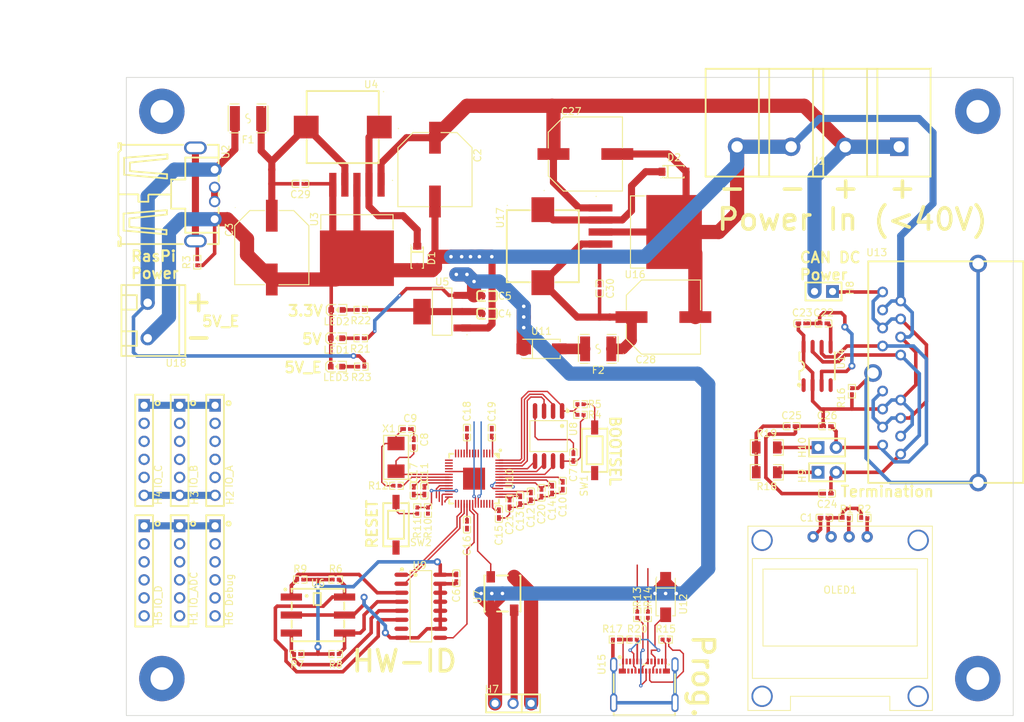
<source format=kicad_pcb>
(kicad_pcb (version 20221018) (generator pcbnew)
  (title_block (title "Dispensy Mainboard") (date "2024-01-28") (rev "0") (company "DrinkRobotics") (comment 1 "https://git.xythobuz.de/thomas/Dispensy") (comment 2 "Licensed under the CERN-OHL-S-2.0+") (comment 3 "PCB Thickness: 1mm") (comment 4 "Copyright (c) 2023 - 2024 Thomas Buck <thomas@xythobuz.de>"))
  (layers (0 "F.Cu" signal) (31 "B.Cu" signal) (34 "B.Paste" user) (35 "F.Paste" user) (36 "B.SilkS" user "B.Silkscreen") (37 "F.SilkS" user "F.Silkscreen") (38 "B.Mask" user) (39 "F.Mask" user) (44 "Edge.Cuts" user))
  (net 0 "")
  (net 1 "GND")
  (net 2 "+3.3V")
  (net 3 "+VDC")
  (net 4 "/EXT_PSU/Vout")
  (net 5 "+5V")
  (net 6 "Net-(U10-XIN)")
  (net 7 "Net-(X1-OSC2)")
  (net 8 "+1V1")
  (net 9 "Net-(U14-CANH)")
  (net 10 "Net-(C25-Pad1)")
  (net 11 "Net-(U14-CANL)")
  (net 12 "/PI/PI_PSU/Vout")
  (net 13 "Net-(U3-OUT)")
  (net 14 "Net-(U16-OUT)")
  (net 15 "/PI/ADC0")
  (net 16 "/PI/ADC1")
  (net 17 "/PI/ADC2")
  (net 18 "/PI/ADC3")
  (net 19 "/PI/IO0")
  (net 20 "/PI/IO1")
  (net 21 "/PI/IO2")
  (net 22 "/PI/IO3")
  (net 23 "/PI/IO4")
  (net 24 "/PI/IO5")
  (net 25 "/PI/IO6")
  (net 26 "/PI/IO7")
  (net 27 "/PI/IO8")
  (net 28 "/PI/IO9")
  (net 29 "/PI/IO10")
  (net 30 "/PI/IO11")
  (net 31 "/PI/IO12")
  (net 32 "/PI/IO13")
  (net 33 "/PI/IO14")
  (net 34 "/PI/IO15")
  (net 35 "/PI/Debug_Clock")
  (net 36 "/PI/Debug_Data")
  (net 37 "/PI/Debug_Tx")
  (net 38 "/PI/Debug_Rx")
  (net 39 "Net-(U7-DO)")
  (net 40 "Net-(H8-Pad1)")
  (net 41 "Net-(H9-Pad1)")
  (net 42 "Net-(H10-Pad1)")
  (net 43 "/PI/I2C_SCL")
  (net 44 "/PI/I2C_SDA")
  (net 45 "Net-(U2-SH1)")
  (net 46 "/PI/SPI_FLASH.SS")
  (net 47 "Net-(R5-Pad1)")
  (net 48 "Net-(U9-D7)")
  (net 49 "Net-(U9-D6)")
  (net 50 "Net-(U9-D5)")
  (net 51 "Net-(U9-D4)")
  (net 52 "Net-(U10-RUN)")
  (net 53 "Net-(R11-Pad2)")
  (net 54 "Net-(U10-XOUT)")
  (net 55 "/PI/USBC.DP")
  (net 56 "Net-(U10-USB_DP)")
  (net 57 "/PI/USBC.DM")
  (net 58 "Net-(U10-USB_DM)")
  (net 59 "Net-(U15-CC2)")
  (net 60 "Net-(R16-Pad1)")
  (net 61 "/PI/USBC.SHIELD")
  (net 62 "Net-(U15-CC1)")
  (net 63 "Net-(U2-D+)")
  (net 64 "/PI/LED_Din")
  (net 65 "/PI/SPI_FLASH.SD1")
  (net 66 "/PI/SPI_FLASH.SD2")
  (net 67 "/PI/SPI_FLASH.SD0")
  (net 68 "/PI/SPI_FLASH.SCLK")
  (net 69 "/PI/SPI_FLASH.SD3")
  (net 70 "/PI/SR_Load")
  (net 71 "/PI/SR_Clock")
  (net 73 "/PI/SR_Data")
  (net 74 "Net-(U10-GPIO24)")
  (net 75 "Net-(U10-GPIO25)")
  (net 76 "/PI/USBC.VBUS")
  (net 87 "Net-(U2-VCC)")
  (net 88 "Net-(U11-A)")
  (net 89 "Net-(LED1-+)")
  (net 90 "Net-(LED2-+)")
  (net 91 "Net-(LED3-+)")
  (footprint "jlc_footprints:HDR-TH_3P-P2.54-V-F" (layer "F.Cu") (at 148 136 180)
    (fp_text reference "H7")
    (fp_text value "WS2812")
  )
  (footprint "jlc_footprints:C0402" (layer "F.Cu") (at 149 107.34763 -90)
    (fp_text reference "C13")
    (fp_text value "1uF")
  )
  (footprint "jlc_footprints:LED0603-RD" (layer "F.Cu") (at 123.101981 88.506858)
    (fp_text reference "LED3")
    (fp_text value "FC-D1608HGK-572C")
  )
  (footprint "jlc_footprints:R1206" (layer "F.Cu") (at 183.754966 99.907765)
    (fp_text reference "R19")
    (fp_text value "60R4")
  )
  (footprint "jlc_footprints:TO-263-5_L10.6-W9.6-P1.70-LS15.9-BR" (layer "F.Cu") (at 125.990456 68.034258 90)
    (fp_text reference "U3")
    (fp_text value "LM2576S-5_0_TR")
  )
  (footprint "jlc_footprints:R0402" (layer "F.Cu") (at 136 108.802545 -90)
    (fp_text reference "R10")
    (fp_text value "10K")
  )
  (footprint "jlc_footprints:CAP-SMD_BD10.0-L10.3-W10.3-FD" (layer "F.Cu") (at 158.190482 58.51762)
    (fp_text reference "C27")
    (fp_text value "100uF")
  )
  (footprint "jlc_footprints:HDR-TH_6P-P2.54-V-F" (layer "F.Cu") (at 96 100.310008 -90)
    (fp_text reference "H4")
    (fp_text value "IO_C")
  )
  (footprint "jlc_footprints:CONN-TH_4P-P7.62_L15.2-W31.7-EX4.2" (layer "F.Cu") (at 191 57.5 180)
    (fp_text reference "U1")
    (fp_text value "DBT50G-7_62-4P")
  )
  (footprint "jlc_footprints:R0402" (layer "F.Cu") (at 167 123.5 -90)
    (fp_text reference "R14")
    (fp_text value "27R4")
  )
  (footprint "jlc_footprints:RJ45-TH_DS1129-05-S80BP-X" (layer "F.Cu") (at 206.140469 89.407765 90)
    (fp_text reference "U13")
    (fp_text value "CAN_IO")
  )
  (footprint "jlc_footprints:SOD-123_L2.8-W1.8-LS3.7-RD" (layer "F.Cu") (at 170.690482 61.01762)
    (fp_text reference "D2")
    (fp_text value "MBR340F")
  )
  (footprint "jlc_footprints:C0402" (layer "F.Cu") (at 188.754966 82.407765 180)
    (fp_text reference "C23")
    (fp_text value "47nF")
  )
  (footprint "jlc_footprints:F1812" (layer "F.Cu") (at 110.646558 53.5 180)
    (fp_text reference "F1")
    (fp_text value "ASMD1812-350-16V")
  )
  (footprint "jlc_footprints:C0402" (layer "F.Cu") (at 135.5 106 -90)
    (fp_text reference "C11")
    (fp_text value "100nF")
  )
  (footprint "jlc_footprints:CAP-SMD_BD10.0-L10.3-W10.3-FD" (layer "F.Cu") (at 136.990456 60.717646 -90)
    (fp_text reference "C2")
    (fp_text value "100uF")
  )
  (footprint "jlc_footprints:R0402" (layer "F.Cu") (at 123 118.53813)
    (fp_text reference "R6")
    (fp_text value "10K")
  )
  (footprint "jlc_footprints:C0402" (layer "F.Cu") (at 191.874904 109.82738 180)
    (fp_text reference "C1")
    (fp_text value "100nF")
  )
  (footprint "jlc_footprints:R0402" (layer "F.Cu") (at 165.5 123.5 -90)
    (fp_text reference "R13")
    (fp_text value "27R4")
  )
  (footprint "jlc_footprints:C0402" (layer "F.Cu") (at 147.5 107.802545 -90)
    (fp_text reference "C21")
    (fp_text value "100nF")
  )
  (footprint "jlc_footprints:C0402" (layer "F.Cu") (at 192.254966 96.907765)
    (fp_text reference "C26")
    (fp_text value "100pF")
  )
  (footprint "jlc_footprints:HDR-TH_6P-P2.54-V-F" (layer "F.Cu") (at 106 117.310008 -90)
    (fp_text reference "H6")
    (fp_text value "Debug")
  )
  (footprint "jlc_footprints:C0402" (layer "F.Cu") (at 141.5 110.802545 -90)
    (fp_text reference "C16")
    (fp_text value "100nF")
  )
  (footprint "jlc_footprints:R0402" (layer "F.Cu") (at 126.601981 88.506858 180)
    (fp_text reference "R23")
    (fp_text value "1K")
  )
  (footprint "jlc_footprints:SOT-223-4_L6.5-W3.5-P2.30-LS7.0-BR" (layer "F.Cu") (at 138 80.75)
    (fp_text reference "U5")
    (fp_text value "AMS1117-3_3_C347222")
  )
  (footprint "jlc_footprints:SOIC-8_L5.0-W4.0-P1.27-LS6.0-BL" (layer "F.Cu") (at 190.849962 88.407765)
    (fp_text reference "U14")
    (fp_text value "TJA1042T_3_1J")
  )
  (footprint "jlc_footprints:CONN-TH_XY300V-A-5.0-2P" (layer "F.Cu") (at 96.5 82 90)
    (fp_text reference "U18")
    (fp_text value "XY300V-A-5_0-2P")
  )
  (footprint "jlc_footprints:LED-SMD_4P-L5.0-W5.0-LS5.4-TL-1" (layer "F.Cu") (at 146.5 120.5 90)
    (fp_text reference "U7")
    (fp_text value "WS2812E-V5")
  )
  (footprint "MountingHole:MountingHole_3.2mm_M3_Pad_TopBottom" (layer "F.Cu") (at 213.5 52.5)
    (fp_text reference "H12" hide)
    (fp_text value "MountingHole" hide)
  )
  (footprint "jlc_footprints:HDR-TH_6P-P2.54-V-F" (layer "F.Cu") (at 101 117.310008 -90)
    (fp_text reference "H1")
    (fp_text value "IO_ADC")
  )
  (footprint "jlc_footprints:R0402" (layer "F.Cu") (at 103.490456 73.784829 90)
    (fp_text reference "R3")
    (fp_text value "1M")
  )
  (footprint "jlc_footprints:LED0603-RD" (layer "F.Cu") (at 123.169164 80.503429)
    (fp_text reference "LED2")
    (fp_text value "FC-D1608HGK-572C")
  )
  (footprint "jlc_footprints:C0402" (layer "F.Cu") (at 156.5 101.25746 90)
    (fp_text reference "C7")
    (fp_text value "100nF")
  )
  (footprint "jlc_footprints:C0402" (layer "F.Cu") (at 133.045085 97.302545 180)
    (fp_text reference "C9")
    (fp_text value "27p")
  )
  (footprint "jlc_footprints:HDR-TH_2P-P2.54-V-M-1" (layer "F.Cu") (at 191.754966 77.907765 180)
    (fp_text reference "H8")
    (fp_text value "PWR")
  )
  (footprint "jlc_footprints:HDR-TH_6P-P2.54-V-F" (layer "F.Cu") (at 106 100.310008 -90)
    (fp_text reference "H2")
    (fp_text value "IO_A")
  )
  (footprint "jlc_footprints:R0402" (layer "F.Cu") (at 194.874904 109.82738 180)
    (fp_text reference "R1")
    (fp_text value "10K")
  )
  (footprint "jlc_footprints:R0402" (layer "F.Cu") (at 165 127 180)
    (fp_text reference "R20")
    (fp_text value "5K1")
  )
  (footprint "jlc_footprints:C0402" (layer "F.Cu") (at 141.5 97.802545 90)
    (fp_text reference "C18")
    (fp_text value "100nF")
  )
  (footprint "jlc_footprints:USB-C-SMD_TYPE-C-USB-18" (layer "F.Cu") (at 166.5 133)
    (fp_text reference "U15")
    (fp_text value "USB-C")
  )
  (footprint "jlc_footprints:C0402" (layer "F.Cu") (at 150.5 106.802545 -90)
    (fp_text reference "C12")
    (fp_text value "1uF")
  )
  (footprint "jlc_footprints:OSC-SMD_2P-L5.0-W3.2" (layer "F.Cu") (at 131.5 101.302545 90)
    (fp_text reference "X1")
    (fp_text value "12MHz")
  )
  (footprint "jlc_footprints:SW-SMD_L6.1-W3.6-LS6.6" (layer "F.Cu") (at 159.5 100.302545 -90)
    (fp_text reference "SW1")
    (fp_text value "BOOTSEL")
  )
  (footprint "MountingHole:MountingHole_3.2mm_M3_Pad_TopBottom" (layer "F.Cu") (at 98.5 52.5)
    (fp_text reference "H11" hide)
    (fp_text value "MountingHole" hide)
  )
  (footprint "jlc_footprints:TO-263-5_L10.6-W9.6-P1.70-LS15.9-BR" (layer "F.Cu") (at 165.507094 69.51762 180)
    (fp_text reference "U16")
    (fp_text value "LM2576S-5_0_TR")
  )
  (footprint "jlc_footprints:R0402" (layer "F.Cu") (at 134.5 108.802545 -90)
    (fp_text reference "R11")
    (fp_text value "1K")
  )
  (footprint "jlc_footprints:R0402" (layer "F.Cu") (at 131.567183 105.302545)
    (fp_text reference "R12")
    (fp_text value "1K")
  )
  (footprint "jlc_footprints:HDR-TH_6P-P2.54-V-F" (layer "F.Cu") (at 101 100.310008 -90)
    (fp_text reference "H3")
    (fp_text value "IO_B")
  )
  (footprint "jlc_footprints:SW-SMD_L6.1-W3.6-LS6.6" (layer "F.Cu") (at 131.5 110.802545 -90)
    (fp_text reference "SW2")
    (fp_text value "RESET")
  )
  (footprint "jlc_footprints:R0402" (layer "F.Cu") (at 162.5 127)
    (fp_text reference "R17")
    (fp_text value "1M")
  )
  (footprint "jlc_footprints:R0402" (layer "F.Cu") (at 157.5 95.302545 180)
    (fp_text reference "R4")
    (fp_text value "10K")
  )
  (footprint "jlc_footprints:R0402" (layer "F.Cu") (at 169.5 127 180)
    (fp_text reference "R15")
    (fp_text value "5K1")
  )
  (footprint "jlc_footprints:C0402" (layer "F.Cu") (at 152 106.302545 -90)
    (fp_text reference "C20")
    (fp_text value "100nF")
  )
  (footprint "jlc_footprints:SOIC-8_L5.3-W5.3-P1.27-LS8.0-BL" (layer "F.Cu") (at 153 98.302545 180)
    (fp_text reference "U8")
    (fp_text value "W25Q128JVSIQ")
  )
  (footprint "jlc_footprints:C0402" (layer "F.Cu") (at 192.254966 106.407765 180)
    (fp_text reference "C24")
    (fp_text value "100pF")
  )
  (footprint "jlc_footprints:R0402" (layer "F.Cu") (at 126.534798 80.503429 180)
    (fp_text reference "R22")
    (fp_text value "1K")
  )
  (footprint "jlc_footprints:LED0603-RD" (layer "F.Cu") (at 123.101981 84.503429)
    (fp_text reference "LED1")
    (fp_text value "FC-D1608HGK-572C")
  )
  (footprint "jlc_footprints:SMA_L4.4-W2.8-LS5.4-R-RD" (layer "F.Cu") (at 152 86)
    (fp_text reference "U11")
    (fp_text value "SS54_C22452")
  )
  (footprint "jlc_footprints:F1812" (layer "F.Cu") (at 160 86 180)
    (fp_text reference "F2")
    (fp_text value "ASMD1812-350-16V")
  )
  (footprint "MountingHole:MountingHole_3.2mm_M3_Pad_TopBottom" (layer "F.Cu") (at 213.5 132.5)
    (fp_text reference "H14" hide)
    (fp_text value "MountingHole" hide)
  )
  (footprint "jlc_footprints:CAP-SMD_BD10.0-L10.3-W10.3-LS11.3-FD" (layer "F.Cu") (at 113.990456 71.717646 -90)
    (fp_text reference "C3")
    (fp_text value "1000uF")
  )
  (footprint "jlc_footprints:CAP-SMD_BD10.0-L10.3-W10.3-LS11.3-FD" (layer "F.Cu") (at 169.190482 81.51762)
    (fp_text reference "C28")
    (fp_text value "1000uF")
  )
  (footprint "jlc_footprints:C0402" (layer "F.Cu") (at 155 105.302545 -90)
    (fp_text reference "C10")
    (fp_text value "100nF")
  )
  (footprint "jlc_footprints:C0603" (layer "F.Cu") (at 144.3349 78.549975)
    (fp_text reference "C5")
    (fp_text value "10uF")
  )
  (footprint "jlc_footprints:C0402" (layer "F.Cu") (at 145 97.802545 90)
    (fp_text reference "C19")
    (fp_text value "100nF")
  )
  (footprint "jlc_footprints:C0402" (layer "F.Cu") (at 146 109.302545 -90)
    (fp_text reference "C15")
    (fp_text value "100nF")
  )
  (footprint "jlc_footprints:R0402" (layer "F.Cu") (at 195.754966 91.974948 -90)
    (fp_text reference "R16")
    (fp_text value "1M")
  )
  (footprint "jlc_footprints:SMA_L4.4-W2.8-LS5.4-R-RD" (layer "F.Cu") (at 169.5 121 -90)
    (fp_text reference "U12")
    (fp_text value "SS54_C22452")
  )
  (footprint "jlc_footprints:R0402" (layer "F.Cu") (at 157.5 93.802545 180)
    (fp_text reference "R5")
    (fp_text value "1K")
  )
  (footprint "jlc_footprints:SW-SMD_SM_SKCR-16S" (layer "F.Cu") (at 120.5 123.53813 90)
    (fp_text reference "U6")
    (fp_text value "SKCR-16S")
  )
  (footprint "jlc_footprints:C0603" (layer "F.Cu") (at 144.3349 81.049975)
    (fp_text reference "C4")
    (fp_text value "10uF")
  )
  (footprint "jlc_footprints:C0402" (layer "F.Cu") (at 187.254966 96.907765)
    (fp_text reference "C25")
    (fp_text value "4.7nF")
  )
  (footprint "jlc_footprints:C0402" (layer "F.Cu") (at 153.5 105.84763 -90)
    (fp_text reference "C14")
    (fp_text value "100nF")
  )
  (footprint "jlc_footprints:R1206" (layer "F.Cu") (at 183.754966 103.407765 180)
    (fp_text reference "R18")
    (fp_text value "60R4")
  )
  (footprint "jlc_footprints:USB-A-TH_USB-302-T" (layer "F.Cu") (at 104.581769 64.217646 -90)
    (fp_text reference "U2")
    (fp_text value "USB-A")
  )
  (footprint "jlc_footprints:C0402" (layer "F.Cu") (at 140 118.34763 90)
    (fp_text reference "C6")
    (fp_text value "100nF")
  )
  (footprint "jlc_footprints:SOIC-16_L9.9-W3.9-P1.27-LS6.0-BL" (layer "F.Cu") (at 135 122.302545 -90)
    (fp_text reference "U9")
    (fp_text value "74HC165D,653")
  )
  (footprint "jlc_footprints:R0402" (layer "F.Cu") (at 197.5 109.845 180)
    (fp_text reference "R2")
    (fp_text value "10K")
  )
  (footprint "MountingHole:MountingHole_3.2mm_M3_Pad_TopBottom" (layer "F.Cu") (at 98.5 132.5)
    (fp_text reference "H13" hide)
    (fp_text value "MountingHole" hide)
  )
  (footprint "jlc_footprints:SOD-123_L2.8-W1.8-LS3.7-RD" (layer "F.Cu") (at 134.490456 73.217646 -90)
    (fp_text reference "D1")
    (fp_text value "MBR340F")
  )
  (footprint "jlc_footprints:IND-SMD_L11.5-W10.0_YSPI1050" (layer "F.Cu") (at 152.190482 71.51762 -90)
    (fp_text reference "U17")
    (fp_text value "100uH")
  )
  (footprint "jlc_footprints:LQFN-56_L7.0-W7.0-P0.4-EP" (layer "F.Cu") (at 142.499873 104.302545 -90)
    (fp_text reference "U10")
    (fp_text value "RP2040")
  )
  (footprint "jlc_footprints:HDR-TH_6P-P2.54-V-F" (layer "F.Cu") (at 96 117.310008 -90)
    (fp_text reference "H5")
    (fp_text value "IO_D")
  )
  (footprint "jlc_footprints:IND-SMD_L11.5-W10.0_YSPI1050" (layer "F.Cu") (at 123.990456 54.717646 180)
    (fp_text reference "U4")
    (fp_text value "100uH")
  )
  (footprint "jlc_footprints:R0402" (layer "F.Cu") (at 123 129.03813)
    (fp_text reference "R8")
    (fp_text value "10K")
  )
  (footprint "jlc_footprints:R0402" (layer "F.Cu") (at 126.534798 84.503429 180)
    (fp_text reference "R21")
    (fp_text value "1K")
  )
  (footprint "jlc_footprints:C0402" (layer "F.Cu") (at 134 99.302545 -90)
    (fp_text reference "C8")
    (fp_text value "27p")
  )
  (footprint "jlc_footprints:C0402" (layer "F.Cu") (at 118.035541 62.717646 180)
    (fp_text reference "C29")
    (fp_text value "100nF")
  )
  (footprint "jlc_footprints:R0402" (layer "F.Cu") (at 118 118.53813 180)
    (fp_text reference "R9")
    (fp_text value "10K")
  )
  (footprint "extern:SSD1306_0.96_Oled" (layer "F.Cu") (at 181.095 137)
    (fp_text reference "OLED1")
    (fp_text value "SSD1306")
  )
  (footprint "jlc_footprints:C0402" (layer "F.Cu") (at 191.754966 82.407765)
    (fp_text reference "C22")
    (fp_text value "100nF")
  )
  (footprint "jlc_footprints:C0402" (layer "F.Cu") (at 134 106 -90)
    (fp_text reference "C17")
    (fp_text value "100nF")
  )
  (footprint "jlc_footprints:HDR-TH_2P-P2.54-V-M-1" (layer "F.Cu") (at 192.254966 99.907765)
    (fp_text reference "H10")
    (fp_text value "T_CL")
  )
  (footprint "jlc_footprints:R0402" (layer "F.Cu") (at 117.567183 129.03813 180)
    (fp_text reference "R7")
    (fp_text value "10K")
  )
  (footprint "jlc_footprints:HDR-TH_2P-P2.54-V-M-1" (layer "F.Cu") (at 192.254966 103.407765)
    (fp_text reference "H9")
    (fp_text value "T_CH")
  )
  (footprint "jlc_footprints:C0402" (layer "F.Cu") (at 160.190482 77.472535 -90)
    (fp_text reference "C30")
    (fp_text value "100nF")
  )
  (gr_rect (start 93.490456 47.717646) (end 218.490456 137.717646) (stroke (width 0.1)) (fill none) (layer "Edge.Cuts"))
  (gr_text "BOOTSEL" (at 161.5 95.302545 -90) (layer "F.SilkS") (effects (font (size 1.5 1.5) (thickness 0.3) bold) (justify left bottom)))
  (gr_text "Power In (<40V)" (at 176.5 69.5) (layer "F.SilkS") (effects (font (size 3 3) (thickness 0.5) bold) (justify left bottom)))
  (gr_text "-" (at 176.689992 65) (layer "F.SilkS") (effects (font (size 3 3) (thickness 0.5) bold) (justify left bottom)))
  (gr_text "Termination" (at 194 107) (layer "F.SilkS") (effects (font (size 1.5 1.5) (thickness 0.3) bold) (justify left bottom)))
  (gr_text "+" (at 192.689992 65) (layer "F.SilkS") (effects (font (size 3 3) (thickness 0.5) bold) (justify left bottom)))
  (gr_text "RasPi\nPower" (at 93.990456 76.217646) (layer "F.SilkS") (effects (font (size 1.5 1.5) (thickness 0.3) bold) (justify left bottom)))
  (gr_text "-" (at 101.5 86) (layer "F.SilkS") (effects (font (size 3 3) (thickness 0.5) bold) (justify left bottom)))
  (gr_text "HW-ID" (at 125 131.802545) (layer "F.SilkS") (effects (font (size 3 3) (thickness 0.5) bold) (justify left bottom)))
  (gr_text "Prog." (at 173 126 -90) (layer "F.SilkS") (effects (font (size 3 3) (thickness 0.5) bold) (justify left bottom)))
  (gr_text "+" (at 200.689992 65) (layer "F.SilkS") (effects (font (size 3 3) (thickness 0.5) bold) (justify left bottom)))
  (gr_text "RESET" (at 129 114.302545 90) (layer "F.SilkS") (effects (font (size 1.5 1.5) (thickness 0.3) bold) (justify left bottom)))
  (gr_text "5V_E" (at 104 83) (layer "F.SilkS") (effects (font (size 1.5 1.5) (thickness 0.3) bold) (justify left bottom)))
  (gr_text "CAN DC\nPower" (at 188.254966 76.407765) (layer "F.SilkS") (effects (font (size 1.5 1.5) (thickness 0.3) bold) (justify left bottom)))
  (gr_text "3.3V" (at 116.101981 81.503429) (layer "F.SilkS") (effects (font (size 1.5 1.5) (thickness 0.3) bold) (justify left bottom)))
  (gr_text "5V" (at 118.101981 85.503429) (layer "F.SilkS") (effects (font (size 1.5 1.5) (thickness 0.3) bold) (justify left bottom)))
  (gr_text "+" (at 101.5 81) (layer "F.SilkS") (effects (font (size 3 3) (thickness 0.5) bold) (justify left bottom)))
  (gr_text "5V_E" (at 115.601981 89.503429) (layer "F.SilkS") (effects (font (size 1.5 1.5) (thickness 0.3) bold) (justify left bottom)))
  (gr_text "-" (at 185.189992 65) (layer "F.SilkS") (effects (font (size 3 3) (thickness 0.5) bold) (justify left bottom)))
  (segment (start 134.490456 74.910051) (end 127.682861 74.910051) (width 2) (layer "F.Cu") (net 1))
  (segment (start 148.545085 108.34763) (end 149 107.892715) (width 0.2) (layer "F.Cu") (net 1))
  (segment (start 107.717773 67.717773) (end 110.5 70.5) (width 2) (layer "F.Cu") (net 1))
  (segment (start 137.735585 122.937546) (end 137.735585 121.667544) (width 0.5) (layer "F.Cu") (net 1))
  (segment (start 145.034925 78.549975) (end 145.034925 73.034925) (width 1) (layer "F.Cu") (net 1))
  (segment (start 152 106.84763) (end 153.045085 106.84763) (width 0.2) (layer "F.Cu") (net 1))
  (segment (start 125.990456 62.85087) (end 125.990456 73.217646) (width 1) (layer "F.Cu") (net 1))
  (segment (start 162.932817 127) (end 163.5 127) (width 0.5) (layer "F.Cu") (net 1))
  (segment (start 169.5 127.570002) (end 169.067183 127.137185) (width 0.2) (layer "F.Cu") (net 1))
  (segment (start 191.709881 96.907765) (end 191.709881 94.532733) (width 0.5) (layer "F.Cu") (net 1))
  (segment (start 136.990456 74.509544) (end 136.589949 74.910051) (width 2) (layer "F.Cu") (net 1))
  (segment (start 127 121.03813) (end 127 122.03813) (width 0.5) (layer "F.Cu") (net 1))
  (segment (start 172.382887 67.825215) (end 170.690482 69.51762) (width 1) (layer "F.Cu") (net 1))
  (segment (start 173.690355 81.51762) (end 173.690355 72.517493) (width 2) (layer "F.Cu") (net 1))
  (segment (start 105.936735 67.717773) (end 107.717773 67.717773) (width 2) (layer "F.Cu") (net 1))
  (segment (start 110.5 72.727063) (end 113.990456 76.217519) (width 2) (layer "F.Cu") (net 1))
  (segment (start 156 98.802545) (end 156.5 99.302545) (width 0.2) (layer "F.Cu") (net 1))
  (segment (start 151.5 107.34763) (end 152 106.84763) (width 0.2) (layer "F.Cu") (net 1))
  (segment (start 187.625096 98.01762) (end 187.800051 97.842665) (width 0.5) (layer "F.Cu") (net 1))
  (segment (start 184.125096 98.01762) (end 187.625096 98.01762) (width 0.5) (layer "F.Cu") (net 1))
  (segment (start 179.569977 66.930023) (end 176.98238 69.51762) (width 2) (layer "F.Cu") (net 1))
  (segment (start 136.990456 73.009544) (end 136.990456 65.217519) (width 1) (layer "F.Cu") (net 1))
  (segment (start 151.5 98.802545) (end 156 98.802545) (width 0.2) (layer "F.Cu") (net 1))
  (segment (start 136.589949 74.910051) (end 134.490456 74.910051) (width 2) (layer "F.Cu") (net 1))
  (segment (start 202.625458 93.217646) (end 204.754966 91.088138) (width 0.5) (layer "F.Cu") (net 1))
  (segment (start 122.990583 76.217519) (end 125.990456 73.217646) (width 1) (layer "F.Cu") (net 1))
  (segment (start 133.59017 97.302545) (end 134 97.712375) (width 0.2) (layer "F.Cu") (net 1))
  (segment (start 190.214961 93.36776) (end 191.334849 94.487648) (width 0.5) (layer "F.Cu") (net 1))
  (segment (start 167.290431 72.917671) (end 170.690482 69.51762) (width 1) (layer "F.Cu") (net 1))
  (segment (start 137.735585 124.207549) (end 137.735585 122.937546) (width 0.5) (layer "F.Cu") (net 1))
  (segment (start 163.5 130.090043) (end 163.5 131.33998) (width 0.2) (layer "F.Cu") (net 1))
  (segment (start 183.625096 98.51762) (end 184.125096 98.01762) (width 0.5) (layer "F.Cu") (net 1))
  (segment (start 169.5 131.33998) (end 169.600076 131.440056) (width 0.2) (layer "F.Cu") (net 1))
  (segment (start 172.382887 61.01762) (end 172.382887 67.825215) (width 1) (layer "F.Cu") (net 1))
  (segment (start 169.067183 127.137185) (end 169.067183 127) (width 0.2) (layer "F.Cu") (net 1))
  (segment (start 122.302514 84.506858) (end 122.302514 88.510287) (width 0.5) (layer "F.Cu") (net 1))
  (segment (start 185.87949 106.407765) (end 183.625096 104.153371) (width 0.5) (layer "F.Cu") (net 1))
  (segment (start 103.490456 74.217646) (end 104.260458 74.217646) (width 0.5) (layer "F.Cu") (net 1))
  (segment (start 145.034925 73.034925) (end 145 73) (width 1) (layer "F.Cu") (net 1))
  (segment (start 139.765176 119.127539) (end 140 118.892715) (width 0.5) (layer "F.Cu") (net 1))
  (segment (start 136.990456 73.009544) (end 139.240456 73.009544) (width 2) (layer "F.Cu") (net 1))
  (segment (start 154.454915 106.392715) (end 155 105.84763) (width 0.2) (layer "F.Cu") (net 1))
  (segment (start 146 109.84763) (end 146.954915 109.84763) (width 0.2) (layer "F.Cu") (net 1))
  (segment (start 153.045085 106.84763) (end 153.5 106.392715) (width 0.2) (layer "F.Cu") (net 1))
  (segment (start 145.034925 78.549975) (end 145.034925 81.049975) (width 1) (layer "F.Cu") (net 1))
  (segment (start 163.5 127) (end 164.567183 127) (width 0.5) (layer "F.Cu") (net 1))
  (segment (start 147.5 108.34763) (end 148.545085 108.34763) (width 0.2) (layer "F.Cu") (net 1))
  (segment (start 127.682861 74.910051) (end 125.990456 73.217646) (width 1) (layer "F.Cu") (net 1))
  (segment (start 195.754966 92.407765) (end 195.754966 94.487648) (width 0.5) (layer "F.Cu") (net 1))
  (segment (start 147.5 109.302545) (end 147.5 108.34763) (width 0.2) (layer "F.Cu") (net 1))
  (segment (start 162.690355 58.51762) (end 169.882887 58.51762) (width 1) (layer "F.Cu") (net 1))
  (segment (start 138.949835 103.302545) (end 141.5 103.302545) (width 0.2) (layer "F.Cu") (net 1))
  (segment (start 137.735585 125.477551) (end 137.735585 124.207549) (width 0.5) (layer "F.Cu") (net 1))
  (segment (start 134.61557 126.747554) (end 132.264415 126.747554) (width 0.5) (layer "F.Cu") (net 1))
  (segment (start 110.5 70.5) (end 110.5 72.727063) (width 2) (layer "F.Cu") (net 1))
  (segment (start 163.5 130.090043) (end 163.5 127) (width 0.2) (layer "F.Cu") (net 1))
  (segment (start 145.034925 82.499975) (end 145.034925 81.049975) (width 1) (layer "F.Cu") (net 1))
  (segment (start 146.954915 109.84763) (end 147.5 109.302545) (width 0.2) (layer "F.Cu") (net 1))
  (segment (start 187.189992 57.5) (end 179.569977 57.5) (width 2) (layer "F.Cu") (net 1))
  (segment (start 160.323706 69.51762) (end 170.690482 69.51762) (width 1) (layer "F.Cu") (net 1))
  (segment (start 188.944958 84.097757) (end 188.209881 83.36268) (width 0.5) (layer "F.Cu") (net 1))
  (segment (start 127 122.03813) (end 125.5 123.53813) (width 0.5) (layer "F.Cu") (net 1))
  (segment (start 122.590405 62.85087) (end 122.590405 69.817595) (width 1) (layer "F.Cu") (net 1))
  (segment (start 151.094996 98.397541) (end 151.5 98.802545) (width 0.2) (layer "F.Cu") (net 1))
  (segment (start 173.690355 72.517493) (end 170.690482 69.51762) (width 1) (layer "F.Cu") (net 1))
  (segment (start 190.214961 89.36776) (end 188.944958 88.097757) (width 0.5) (layer "F.Cu") (net 1))
  (segment (start 187.800051 97.842665) (end 187.800051 96.907765) (width 0.5) (layer "F.Cu") (net 1))
  (segment (start 104.260458 74.217646) (end 105.936735 72.541369) (width 0.5) (layer "F.Cu") (net 1))
  (segment (start 156.5 99.302545) (end 156.5 100.712375) (width 0.2) (layer "F.Cu") (net 1))
  (segment (start 191.329819 109.82738) (end 191.329819 111.455181) (width 0.5) (layer "F.Cu") (net 1))
  (segment (start 135.5 106.545085) (end 134 106.545085) (width 0.2) (layer "F.Cu") (net 1))
  (segment (start 136.990456 73.009544) (end 136.990456 74.509544) (width 2) (layer "F.Cu") (net 1))
  (segment (start 163.5 131.33998) (end 163.399924 131.440056) (width 0.2) (layer "F.Cu") (net 1))
  (segment (start 169.5 130.090043) (end 169.5 131.33998) (width 0.2) (layer "F.Cu") (net 1))
  (segment (start 137.735585 125.477551) (end 135.885573 125.477551) (width 0.5) (layer "F.Cu") (net 1))
  (segment (start 183.625096 104.153371) (end 183.625096 98.51762) (width 0.5) (layer "F.Cu") (net 1))
  (segment (start 169.5 130.090043) (end 169.5 127.570002) (width 0.2) (layer "F.Cu") (net 1))
  (segment (start 113.990456 76.217519) (end 122.990583 76.217519) (width 2) (layer "F.Cu") (net 1))
  (segment (start 150.540005 136) (end 150.540005 120.539878) (width 2) (layer "F.Cu") (net 1))
  (segment (start 137.735585 119.127539) (end 137.735585 120.397541) (width 0.5) (layer "F.Cu") (net 1))
  (segment (start 137.735585 119.127539) (end 139.765176 119.127539) (width 0.5) (layer "F.Cu") (net 1))
  (segment (start 204.754966 86.457136) (end 202.625458 84.327628) (width 0.5) (layer "F.Cu") (net 1))
  (segment (start 150.5 107.34763) (end 151.5 107.34763) (width 0.2) (layer "F.Cu") (net 1))
  (segment (start 144.484925 83.049975) (end 145.034925 82.499975) (width 1) (layer "F.Cu") (net 1))
  (segment (start 176.98238 69.51762) (end 170.690482 69.51762) (width 2) (layer "F.Cu") (net 1))
  (segment (start 188.944958 88.097757) (end 188.944958 85.70266) (width 0.5) (layer "F.Cu") (net 1))
  (segment (start 191.709881 106.407765) (end 185.87949 106.407765) (width 0.5) (layer "F.Cu") (net 1))
  (segment (start 122.590405 69.817595) (end 125.990456 73.217646) (width 1) (layer "F.Cu") (net 1))
  (segment (start 130.709424 126.747554) (end 130 126.03813) (width 0.5) (layer "F.Cu") (net 1))
  (segment (start 179.569977 57.5) (end 179.569977 66.930023) (width 2) (layer "F.Cu") (net 1))
  (segment (start 191.329819 111.455181) (end 190.285 112.5) (width 0.5) (layer "F.Cu") (net 1))
  (segment (start 122.369697 80.506858) (end 122.369697 84.439675) (width 0.5) (layer "F.Cu") (net 1))
  (segment (start 191.754966 94.487648) (end 195.754966 94.487648) (width 0.5) (layer "F.Cu") (net 1))
  (segment (start 204.754966 91.088138) (end 204.754966 86.457136) (width 0.5) (layer "F.Cu") (net 1))
  (segment (start 118.580626 62.717646) (end 122.457181 62.717646) (width 0.5) (layer "F.Cu") (net 1))
  (segment (start 151.094996 94.772446) (end 151.094996 98.397541) (width 0.2) (layer "F.Cu") (net 1))
  (segment (start 188.209881 82.407765) (end 188.209881 83.36268) (width 0.5) (layer "F.Cu") (net 1))
  (segment (start 125.5 123.53813) (end 124.250064 123.53813) (width 0.5) (layer "F.Cu") (net 1))
  (segment (start 150.540005 120.539878) (end 148.150114 118.149987) (width 2) (layer "F.Cu") (net 1))
  (segment (start 160.190482 73.050895) (end 160.323706 72.917671) (width 0.5) (layer "F.Cu") (net 1))
  (segment (start 160.323706 72.917671) (end 167.290431 72.917671) (width 1) (layer "F.Cu") (net 1))
  (segment (start 188.944958 85.70266) (end 188.944958 84.097757) (width 0.5) (layer "F.Cu") (net 1))
  (segment (start 141.5 103.302545) (end 142.5 104.302545) (width 0.2) (layer "F.Cu") (net 1))
  (segment (start 134 97.712375) (end 134 98.75746) (width 0.2) (layer "F.Cu") (net 1))
  (segment (start 122.369697 84.439675) (end 122.302514 84.506858) (width 0.5) (layer "F.Cu") (net 1))
  (segment (start 139.25 73) (end 145 73) (width 2) (layer "F.Cu") (net 1))
  (segment (start 116.749936 123.53813) (end 124.250064 123.53813) (width 0.5) (layer "F.Cu") (net 1))
  (segment (start 132.264415 126.747554) (end 130.709424 126.747554) (width 0.5) (layer "F.Cu") (net 1))
  (segment (start 122.369697 80.506858) (end 122.369697 76.838405) (width 0.5) (layer "F.Cu") (net 1))
  (segment (start 195.754966 94.487648) (end 200.085452 94.487648) (width 0.5) (layer "F.Cu") (net 1))
  (segment (start 169.882887 58.51762) (end 172.382887 61.01762) (width 1) (layer "F.Cu") (net 1))
  (segment (start 191.334849 94.487648) (end 191.754966 94.487648) (width 0.5) (layer "F.Cu") (net 1))
  (segment (start 140.8349 83.049975) (end 144.484925 83.049975) (width 1) (layer "F.Cu") (net 1))
  (segment (start 139.240456 73.009544) (end 139.25 73) (width 1) (layer "F.Cu") (net 1))
  (segment (start 135.885573 125.477551) (end 134.61557 126.747554) (width 0.5) (layer "F.Cu") (net 1))
  (segment (start 160.190482 76.92745) (end 160.190482 73.050895) (width 0.5) (layer "F.Cu") (net 1))
  (segment (start 191.709881 96.907765) (end 187.800051 96.907765) (width 0.5) (layer "F.Cu") (net 1))
  (segment (start 122.457181 62.717646) (end 122.590405 62.85087) (width 0.5) (layer "F.Cu") (net 1))
  (segment (start 122.369697 76.838405) (end 125.990456 73.217646) (width 0.5) (layer "F.Cu") (net 1))
  (segment (start 149.954915 107.892715) (end 150.5 107.34763) (width 0.2) (layer "F.Cu") (net 1))
  (segment (start 153.5 106.392715) (end 154.454915 106.392715) (width 0.2) (layer "F.Cu") (net 1))
  (segment (start 190.214961 91.11287) (end 190.214961 89.36776) (width 0.5) (layer "F.Cu") (net 1))
  (segment (start 190.214961 91.11287) (end 190.214961 93.36776) (width 0.5) (layer "F.Cu") (net 1))
  (segment (start 105.936735 72.541369) (end 105.936735 67.717773) (width 0.5) (layer "F.Cu") (net 1))
  (segment (start 191.709881 94.532733) (end 191.754966 94.487648) (width 0.5) (layer "F.Cu") (net 1))
  (segment (start 137.735585 121.667544) (end 137.735585 120.397541) (width 0.5) (layer "F.Cu") (net 1))
  (segment (start 149 107.892715) (end 149.954915 107.892715) (width 0.2) (layer "F.Cu") (net 1))
  (via (at 140.75 73) (size 1) (drill 0.5) (layers "F.Cu" "B.Cu") (net 1))
  (via (at 130 126.03813) (size 1) (drill 0.5) (layers "F.Cu" "B.Cu") (net 1))
  (via (at 142 73) (size 1) (drill 0.5) (layers "F.Cu" "B.Cu") (net 1))
  (via (at 139.25 73) (size 1) (drill 0.5) (layers "F.Cu" "B.Cu") (net 1))
  (via (at 145 73) (size 1) (drill 0.5) (layers "F.Cu" "B.Cu") (net 1))
  (via (at 127 121.03813) (size 1) (drill 0.5) (layers "F.Cu" "B.Cu") (net 1))
  (via (at 143.25 73) (size 1) (drill 0.5) (layers "F.Cu" "B.Cu") (net 1))
  (segment (start 204.254966 94.847154) (end 202.625458 93.217646) (width 0.5) (layer "B.Cu") (net 1))
  (segment (start 145 73) (end 166.588087 73) (width 2) (layer "B.Cu") (net 1))
  (segment (start 96 106.660021) (end 101 106.660021) (width 1) (layer "B.Cu") (net 1))
  (segment (start 207.189992 65.5) (end 202.625458 70.064534) (width 1) (layer "B.Cu") (net 1))
  (segment (start 201.355454 93.217646) (end 200.085452 94.487648) (width 0.5) (layer "B.Cu") (net 1))
  (segment (start 101.282227 67.717773) (end 99.5 69.5) (width 2) (layer "B.Cu") (net 1))
  (segment (start 143.5 73) (end 145 73) (width 2) (layer "B.Cu") (net 1))
  (segment (start 127 122.03813) (end 127 121.03813) (width 0.5) (layer "B.Cu") (net 1))
  (segment (start 204.254966 96.668148) (end 204.254966 94.847154) (width 0.5) (layer "B.Cu") (net 1))
  (segment (start 130 125.03813) (end 127 122.03813) (width 0.5) (layer "B.Cu") (net 1))
  (segment (start 202.625458 93.217646) (end 201.355454 93.217646) (width 0.5) (layer "B.Cu") (net 1))
  (segment (start 187.189992 57.5) (end 179.569977 57.5) (width 2) (layer "B.Cu") (net 1))
  (segment (start 187.189992 57.5) (end 191.189992 53.5) (width 1) (layer "B.Cu") (net 1))
  (segment (start 179.569977 60.01811) (end 179.569977 57.5) (width 2) (layer "B.Cu") (net 1))
  (segment (start 202.625458 84.327628) (end 203.835103 84.327628) (width 0.5) (layer "B.Cu") (net 1))
  (segment (start 99.5 81.5) (end 96.5 84.5) (width 2) (layer "B.Cu") (net 1))
  (segment (start 201.355454 79.247618) (end 200.085452 80.51762) (width 0.5) (layer "B.Cu") (net 1))
  (segment (start 205.189992 53.5) (end 207.189992 55.5) (width 1) (layer "B.Cu") (net 1))
  (segment (start 130 126.03813) (end 130 125.03813) (width 0.5) (layer "B.Cu") (net 1))
  (segment (start 204.254966 80.877126) (end 202.625458 79.247618) (width 0.5) (layer "B.Cu") (net 1))
  (segment (start 203.835103 84.327628) (end 204.254966 83.907765) (width 0.5) (layer "B.Cu") (net 1))
  (segment (start 143 73) (end 143.5 73) (width 2) (layer "B.Cu") (net 1))
  (segment (start 202.625458 70.064534) (end 202.625458 79.247618) (width 1) (layer "B.Cu") (net 1))
  (segment (start 99.5 69.5) (end 99.5 81.5) (width 2) (layer "B.Cu") (net 1))
  (segment (start 191.189992 53.5) (end 205.189992 53.5) (width 1) (layer "B.Cu") (net 1))
  (segment (start 142 73) (end 142.25 73) (width 2) (layer "B.Cu") (net 1))
  (segment (start 202.625458 98.297656) (end 204.254966 96.668148) (width 0.5) (layer "B.Cu") (net 1))
  (segment (start 142.25 73) (end 143.25 73) (width 2) (layer "B.Cu") (net 1))
  (segment (start 139.25 73) (end 140.75 73) (width 2) (layer "B.Cu") (net 1))
  (segment (start 166.588087 73) (end 179.569977 60.01811) (width 2) (layer "B.Cu") (net 1))
  (segment (start 141 73) (end 142 73) (width 2) (layer "B.Cu") (net 1))
  (segment (start 202.625458 79.247618) (end 201.355454 79.247618) (width 0.5) (layer "B.Cu") (net 1))
  (segment (start 101 106.660021) (end 106 106.660021) (width 1) (layer "B.Cu") (net 1))
  (segment (start 101.282227 67.717773) (end 105.936735 67.717773) (width 2) (layer "B.Cu") (net 1))
  (segment (start 143.25 73) (end 143.75 73) (width 2) (layer "B.Cu") (net 1))
  (segment (start 204.254966 83.907765) (end 204.254966 80.877126) (width 0.5) (layer "B.Cu") (net 1))
  (segment (start 207.189992 55.5) (end 207.189992 65.5) (width 1) (layer "B.Cu") (net 1))
  (segment (start 146.049911 106.902494) (end 147.145034 106.902494) (width 0.2) (layer "F.Cu") (net 2))
  (segment (start 197.067183 109.067183) (end 197.067183 109.845) (width 0.5) (layer "F.Cu") (net 2))
  (segment (start 137.735585 117.857536) (end 139.945009 117.857536) (width 0.5) (layer "F.Cu") (net 2))
  (segment (start 157 101.802545) (end 157.5 101.302545) (width 0.2) (layer "F.Cu") (net 2))
  (segment (start 192.419989 112.094989) (end 192.825 112.5) (width 0.2) (layer "F.Cu") (net 2))
  (segment (start 145.099949 98.447579) (end 145 98.34763) (width 0.2) (layer "F.Cu") (net 2))
  (segment (start 148.699898 106.502443) (end 149 106.802545) (width 0.2) (layer "F.Cu") (net 2))
  (segment (start 134.918529 80.503429) (end 135.1651 80.75) (width 0.5) (layer "F.Cu") (net 2))
  (segment (start 152.699898 104.502443) (end 153.5 105.302545) (width 0.2) (layer "F.Cu") (net 2))
  (segment (start 137.735585 116.448721) (end 137.324994 116.03813) (width 0.5) (layer "F.Cu") (net 2))
  (segment (start 154.905004 101.832644) (end 156.469901 101.832644) (width 0.2) (layer "F.Cu") (net 2))
  (segment (start 122.567183 129.03813) (end 120.5 129.03813) (width 0.5) (layer "F.Cu") (net 2))
  (segment (start 194.442087 109.057913) (end 195 108.5) (width 0.5) (layer "F.Cu") (net 2))
  (segment (start 141.5 107.85271) (end 141.5 110.25746) (width 0.2) (layer "F.Cu") (net 2))
  (segment (start 143.3349 80.75) (end 143.634875 81.049975) (width 1) (layer "F.Cu") (net 2))
  (segment (start 138.949835 104.502443) (end 134.952472 104.502443) (width 0.2) (layer "F.Cu") (net 2))
  (segment (start 126.967615 80.503429) (end 134.918529 80.503429) (width 0.5) (layer "F.Cu") (net 2))
  (segment (start 192.754966 82.86268) (end 192.300051 82.407765) (width 0.5) (layer "F.Cu") (net 2))
  (segment (start 192.754966 85.70266) (end 192.754966 82.86268) (width 0.5) (layer "F.Cu") (net 2))
  (segment (start 147.954915 106.802545) (end 147.5 107.25746) (width 0.2) (layer "F.Cu") (net 2))
  (segment (start 156.5 101.802545) (end 157 101.802545) (width 0.2) (layer "F.Cu") (net 2))
  (segment (start 156.469901 101.832644) (end 156.5 101.802545) (width 0.2) (layer "F.Cu") (net 2))
  (segment (start 120.5 129.03813) (end 118 129.03813) (width 0.5) (layer "F.Cu") (net 2))
  (segment (start 153.5 105.302545) (end 152.454915 105.302545) (width 0.2) (layer "F.Cu") (net 2))
  (segment (start 145.099949 108.402494) (end 145.454915 108.75746) (width 0.2) (layer "F.Cu") (net 2))
  (segment (start 149 106.802545) (end 147.954915 106.802545) (width 0.2) (layer "F.Cu") (net 2))
  (segment (start 140.8349 80.75) (end 143.3349 80.75) (width 1) (layer "F.Cu") (net 2))
  (segment (start 146.049911 104.502443) (end 152.699898 104.502443) (width 0.2) (layer "F.Cu") (net 2))
  (segment (start 145.099949 107.85271) (end 145.099949 108.402494) (width 0.2) (layer "F.Cu") (net 2))
  (segment (start 157.5 101.302545) (end 157.5 96.302545) (width 0.2) (layer "F.Cu") (net 2))
  (segment (start 120.5 128.03813) (end 120.5 129.03813) (width 0.5) (layer "F.Cu") (net 2))
  (segment (start 134.952472 104.502443) (end 134 105.454915) (width 0.2) (layer "F.Cu") (net 2))
  (segment (start 192.419989 109.82738) (end 192.419989 112.094989) (width 0.5) (layer "F.Cu") (net 2))
  (segment (start 140.8349 80.75) (end 135.1651 80.75) (width 1) (layer "F.Cu") (net 2))
  (segment (start 194.442087 109.82738) (end 192.419989 109.82738) (width 0.5) (layer "F.Cu") (net 2))
  (segment (start 152.454915 105.302545) (end 152 105.75746) (width 0.2) (layer "F.Cu") (net 2))
  (segment (start 120.5 118.53813) (end 120.5 119.53813) (width 0.5) (layer "F.Cu") (net 2))
  (segment (start 139.945009 117.857536) (end 140 117.802545) (width 0.5) (layer "F.Cu") (net 2))
  (segment (start 194.442087 109.82738) (end 194.442087 109.057913) (width 0.5) (layer "F.Cu") (net 2))
  (segment (start 146.049911 104.902494) (end 151.145034 104.902494) (width 0.2) (layer "F.Cu") (net 2))
  (segment (start 120.5 118.53813) (end 118.432817 118.53813) (width 0.5) (layer "F.Cu") (net 2))
  (segment (start 145.454915 108.75746) (end 146 108.75746) (width 0.2) (layer "F.Cu") (net 2))
  (segment (start 147.145034 106.902494) (end 147.5 107.25746) (width 0.2) (layer "F.Cu") (net 2))
  (segment (start 137.735585 117.857536) (end 137.735585 116.448721) (width 0.5) (layer "F.Cu") (net 2))
  (segment (start 195 108.5) (end 196.5 108.5) (width 0.5) (layer "F.Cu") (net 2))
  (segment (start 145.099949 100.75238) (end 145.099949 98.447579) (width 0.2) (layer "F.Cu") (net 2))
  (segment (start 157.932817 95.869728) (end 157.932817 95.302545) (width 0.2) (layer "F.Cu") (net 2))
  (segment (start 146.049911 106.502443) (end 148.699898 106.502443) (width 0.2) (layer "F.Cu") (net 2))
  (segment (start 122.567183 118.53813) (end 120.5 118.53813) (width 0.5) (layer "F.Cu") (net 2))
  (segment (start 141.5 100.75238) (end 141.5 98.34763) (width 0.2) (layer "F.Cu") (net 2))
  (segment (start 157.5 96.302545) (end 157.932817 95.869728) (width 0.2) (layer "F.Cu") (net 2))
  (segment (start 196.5 108.5) (end 197.067183 109.067183) (width 0.5) (layer "F.Cu") (net 2))
  (segment (start 151.145034 104.902494) (end 152 105.75746) (width 0.2) (layer "F.Cu") (net 2))
  (via (at 120.5 119.53813) (size 1) (drill 0.5) (layers "F.Cu" "B.Cu") (net 2))
  (via (at 120.5 128.03813) (size 1) (drill 0.5) (layers "F.Cu" "B.Cu") (net 2))
  (via (at 137.324994 116.03813) (size 1) (drill 0.5) (layers "F.Cu" "B.Cu") (net 2))
  (segment (start 125.5 119.53813) (end 120.5 119.53813) (width 0.5) (layer "B.Cu") (net 2))
  (segment (start 129 116.03813) (end 125.5 119.53813) (width 0.5) (layer "B.Cu") (net 2))
  (segment (start 96 93.959995) (end 101 93.959995) (width 1) (layer "B.Cu") (net 2))
  (segment (start 96 110.959995) (end 101 110.959995) (width 1) (layer "B.Cu") (net 2))
  (segment (start 129 116.03813) (end 137.324994 116.03813) (width 0.5) (layer "B.Cu") (net 2))
  (segment (start 120.5 119.53813) (end 120.5 128.03813) (width 0.5) (layer "B.Cu") (net 2))
  (segment (start 101 93.959995) (end 106 93.959995) (width 1) (layer "B.Cu") (net 2))
  (segment (start 106 110.959995) (end 101 110.959995) (width 1) (layer "B.Cu") (net 2))
  (segment (start 132.990329 56.217773) (end 136.990456 56.217773) (width 1) (layer "F.Cu") (net 3))
  (segment (start 160.323706 66.117569) (end 157.290431 66.117569) (width 1) (layer "F.Cu") (net 3))
  (segment (start 141.490583 51.717646) (end 136.990456 56.217773) (width 2) (layer "F.Cu") (net 3))
  (segment (start 153.490456 51.717646) (end 189.027654 51.717646) (width 2) (layer "F.Cu") (net 3))
  (segment (start 157.290431 66.117569) (end 153.690609 62.517747) (width 1) (layer "F.Cu") (net 3))
  (segment (start 129.390507 62.85087) (end 129.390507 59.817595) (width 1) (layer "F.Cu") (net 3))
  (segment (start 153.690609 51.917799) (end 153.690609 58.51762) (width 2) (layer "F.Cu") (net 3))
  (segment (start 153.690609 62.517747) (end 153.690609 58.51762) (width 1) (layer "F.Cu") (net 3))
  (segment (start 153.490456 51.717646) (end 141.490583 51.717646) (width 2) (layer "F.Cu") (net 3))
  (segment (start 153.490456 51.717646) (end 153.690609 51.917799) (width 2) (layer "F.Cu") (net 3))
  (segment (start 189.027654 51.717646) (end 194.810008 57.5) (width 2) (layer "F.Cu") (net 3))
  (segment (start 129.390507 59.817595) (end 132.990329 56.217773) (width 1) (layer "F.Cu") (net 3))
  (segment (start 194.810008 57.5) (end 202.430023 57.5) (width 2) (layer "F.Cu") (net 3))
  (segment (start 190.484963 61.825045) (end 194.810008 57.5) (width 2) (layer "B.Cu") (net 3))
  (segment (start 190.484963 77.907765) (end 190.484963 61.825045) (width 2) (layer "B.Cu") (net 3))
  (segment (start 202.430023 57.5) (end 194.810008 57.5) (width 2) (layer "B.Cu") (net 3))
  (segment (start 113.990456 62.717646) (end 113.990456 60.717646) (width 1) (layer "F.Cu") (net 4))
  (segment (start 124.290431 62.85087) (end 124.290431 60.167735) (width 1) (layer "F.Cu") (net 4))
  (segment (start 112.5 58.077076) (end 113.990456 59.567532) (width 1) (layer "F.Cu") (net 4))
  (segment (start 112.5 53.5) (end 112.5 58.077076) (width 1) (layer "F.Cu") (net 4))
  (segment (start 124.290431 60.167735) (end 118.840342 54.717646) (width 1) (layer "F.Cu") (net 4))
  (segment (start 113.990456 59.567532) (end 118.840342 54.717646) (width 1) (layer "F.Cu") (net 4))
  (segment (start 113.990456 60.717646) (end 113.990456 59.567532) (width 1) (layer "F.Cu") (net 4))
  (segment (start 113.990329 60.717773) (end 113.990456 60.717646) (width 1) (layer "F.Cu") (net 4))
  (segment (start 113.990456 67.217773) (end 113.990456 62.717646) (width 1) (layer "F.Cu") (net 4))
  (segment (start 117.490456 62.717646) (end 113.990456 62.717646) (width 0.5) (layer "F.Cu") (net 4))
  (segment (start 191.754966 80.907765) (end 194.254966 80.907765) (width 0.5) (layer "F.Cu") (net 5))
  (segment (start 142.5 78.450025) (end 143.534925 78.450025) (width 1) (layer "F.Cu") (net 5))
  (segment (start 191.484963 89.177768) (end 194.984963 89.177768) (width 0.5) (layer "F.Cu") (net 5))
  (segment (start 143.5 120.5) (end 145 120.5) (width 1) (layer "F.Cu") (net 5))
  (segment (start 189.300051 82.407765) (end 191.209881 82.407765) (width 0.5) (layer "F.Cu") (net 5))
  (segment (start 194.754966 81.407765) (end 194.754966 82.907765) (width 0.5) (layer "F.Cu") (net 5))
  (segment (start 144.849886 120.650114) (end 145 120.5) (width 1) (layer "F.Cu") (net 5))
  (segment (start 143.534925 78.450025) (end 143.634875 78.549975) (width 1) (layer "F.Cu") (net 5))
  (segment (start 149.496317 81.503683) (end 149.5 81.5) (width 2) (layer "F.Cu") (net 5))
  (segment (start 146.5 121.199899) (end 146.5 120.5) (width 1) (layer "F.Cu") (net 5))
  (segment (start 168 119.996317) (end 169.5 118.496317) (width 1) (layer "F.Cu") (net 5))
  (segment (start 194.984963 89.177768) (end 195.754966 88.407765) (width 0.5) (layer "F.Cu") (net 5))
  (segment (start 142.5 76.5) (end 141.5 75.5) (width 2) (layer "F.Cu") (net 5))
  (segment (start 145 120.5) (end 146.5 120.5) (width 1) (layer "F.Cu") (net 5))
  (segment (start 144.849886 122.850013) (end 144.849886 120.650114) (width 1) (layer "F.Cu") (net 5))
  (segment (start 140.8349 78.450025) (end 138.950025 78.450025) (width 0.5) (layer "F.Cu") (net 5))
  (segment (start 168 120.5) (end 168 119.996317) (width 1) (layer "F.Cu") (net 5))
  (segment (start 142.5 78.450025) (end 142.5 76.5) (width 2) (layer "F.Cu") (net 5))
  (segment (start 143.5 121.500127) (end 143.5 120.5) (width 1) (layer "F.Cu") (net 5))
  (segment (start 133 77.5) (end 132 78.5) (width 0.5) (layer "F.Cu") (net 5))
  (segment (start 149.496317 82.996317) (end 149.496317 81.503683) (width 2) (layer "F.Cu") (net 5))
  (segment (start 138.950025 78.450025) (end 138 77.5) (width 0.5) (layer "F.Cu") (net 5))
  (segment (start 126.967615 84.503429) (end 127.496571 84.503429) (width 0.5) (layer "F.Cu") (net 5))
  (segment (start 149.496317 80.003683) (end 149.5 80) (width 2) (layer "F.Cu") (net 5))
  (segment (start 145.459995 123.460122) (end 144.849886 122.850013) (width 2) (layer "F.Cu") (net 5))
  (segment (start 127.496571 84.503429) (end 128.5 83.5) (width 0.5) (layer "F.Cu") (net 5))
  (segment (start 191.209881 81.45285) (end 191.754966 80.907765) (width 0.5) (layer "F.Cu") (net 5))
  (segment (start 191.209881 82.407765) (end 191.209881 81.45285) (width 0.5) (layer "F.Cu") (net 5))
  (segment (start 149.496317 83.003683) (end 149.5 83) (width 2) (layer "F.Cu") (net 5))
  (segment (start 145.459995 136) (end 145.459995 123.460122) (width 2) (layer "F.Cu") (net 5))
  (segment (start 169.5 120.5) (end 168 120.5) (width 1) (layer "F.Cu") (net 5))
  (segment (start 149.496317 86) (end 149.496317 83.003683) (width 2) (layer "F.Cu") (net 5))
  (segment (start 149.496317 81.496317) (end 149.496317 80.003683) (width 2) (layer "F.Cu") (net 5))
  (segment (start 191.484963 91.11287) (end 191.484963 89.177768) (width 0.5) (layer "F.Cu") (net 5))
  (segment (start 171 119.996317) (end 169.5 118.496317) (width 1) (layer "F.Cu") (net 5))
  (segment (start 169.5 118.496317) (end 169.5 120.5) (width 1) (layer "F.Cu") (net 5))
  (segment (start 149.5 81.5) (end 149.496317 81.496317) (width 2) (layer "F.Cu") (net 5))
  (segment (start 144.849886 122.850013) (end 146.5 121.199899) (width 1) (layer "F.Cu") (net 5))
  (segment (start 194.254966 80.907765) (end 194.754966 81.407765) (width 0.5) (layer "F.Cu") (net 5))
  (segment (start 149.5 83) (end 149.496317 82.996317) (width 2) (layer "F.Cu") (net 5))
  (segment (start 138 77.5) (end 133 77.5) (width 0.5) (layer "F.Cu") (net 5))
  (segment (start 171 120.5) (end 171 119.996317) (width 1) (layer "F.Cu") (net 5))
  (segment (start 140.8349 78.450025) (end 142.5 78.450025) (width 1) (layer "F.Cu") (net 5))
  (segment (start 141.5 75.5) (end 140 75.5) (width 2) (layer "F.Cu") (net 5))
  (segment (start 144.849886 122.850013) (end 143.5 121.500127) (width 1) (layer "F.Cu") (net 5))
  (segment (start 169.5 120.5) (end 171 120.5) (width 1) (layer "F.Cu") (net 5))
  (via (at 145 120.5) (size 1) (drill 0.5) (layers "F.Cu" "B.Cu") (net 5))
  (via (at 132 78.5) (size 0.5) (drill 0.2) (layers "F.Cu" "B.Cu") (net 5))
  (via (at 140 75.5) (size 1) (drill 0.5) (layers "F.Cu" "B.Cu") (net 5))
  (via (at 142.5 76.5) (size 1) (drill 0.5) (layers "F.Cu" "B.Cu") (net 5))
  (via (at 149.5 80) (size 1) (drill 0.5) (layers "F.Cu" "B.Cu") (net 5))
  (via (at 195.754966 88.407765) (size 1) (drill 0.5) (layers "F.Cu" "B.Cu") (net 5))
  (via (at 149.5 81.5) (size 1) (drill 0.5) (layers "F.Cu" "B.Cu") (net 5))
  (via (at 194.754966 82.907765) (size 1) (drill 0.5) (layers "F.Cu" "B.Cu") (net 5))
  (via (at 171 120.5) (size 1) (drill 0.5) (layers "F.Cu" "B.Cu") (net 5))
  (via (at 141.5 75.5) (size 1) (drill 0.5) (layers "F.Cu" "B.Cu") (net 5))
  (via (at 128.5 83.5) (size 0.5) (drill 0.2) (layers "F.Cu" "B.Cu") (net 5))
  (via (at 146.5 120.5) (size 1) (drill 0.5) (layers "F.Cu" "B.Cu") (net 5))
  (via (at 143.5 120.5) (size 1) (drill 0.5) (layers "F.Cu" "B.Cu") (net 5))
  (via (at 169.5 120.5) (size 1) (drill 0.5) (layers "F.Cu" "B.Cu") (net 5))
  (via (at 149.5 83) (size 1) (drill 0.5) (layers "F.Cu" "B.Cu") (net 5))
  (via (at 168 120.5) (size 1) (drill 0.5) (layers "F.Cu" "B.Cu") (net 5))
  (segment (start 142.5 76.5) (end 141.5 75.5) (width 2) (layer "B.Cu") (net 5))
  (segment (start 128.5 82) (end 128.5 83.5) (width 0.5) (layer "B.Cu") (net 5))
  (segment (start 141.5 75.5) (end 140 75.5) (width 2) (layer "B.Cu") (net 5))
  (segment (start 132 78.5) (end 128.5 82) (width 0.5) (layer "B.Cu") (net 5))
  (segment (start 175.5 117) (end 172 120.5) (width 2) (layer "B.Cu") (net 5))
  (segment (start 195.754966 88.407765) (end 195.754966 83.907765) (width 0.5) (layer "B.Cu") (net 5))
  (segment (start 146 76.5) (end 149.5 80) (width 2) (layer "B.Cu") (net 5))
  (segment (start 195.754966 83.907765) (end 194.754966 82.907765) (width 0.5) (layer "B.Cu") (net 5))
  (segment (start 149.5 83) (end 156 89.5) (width 2) (layer "B.Cu") (net 5))
  (segment (start 172 120.5) (end 171 120.5) (width 2) (layer "B.Cu") (net 5))
  (segment (start 175.5 91) (end 175.5 117) (width 2) (layer "B.Cu") (net 5))
  (segment (start 168 120.5) (end 149.5 120.5) (width 2) (layer "B.Cu") (net 5))
  (segment (start 156 89.5) (end 174 89.5) (width 2) (layer "B.Cu") (net 5))
  (segment (start 149.5 120.5) (end 146.5 120.5) (width 2) (layer "B.Cu") (net 5))
  (segment (start 142.5 76.5) (end 146 76.5) (width 2) (layer "B.Cu") (net 5))
  (segment (start 146.5 120.5) (end 143.5 120.5) (width 2) (layer "B.Cu") (net 5))
  (segment (start 149.5 83) (end 149.5 80) (width 2) (layer "B.Cu") (net 5))
  (segment (start 174 89.5) (end 175.5 91) (width 2) (layer "B.Cu") (net 5))
  (segment (start 168 120.5) (end 171 120.5) (width 2) (layer "B.Cu") (net 5))
  (segment (start 133.5 101.302545) (end 134 100.802545) (width 0.2) (layer "F.Cu") (net 6))
  (segment (start 131.950089 103.702596) (end 131.5 103.252507) (width 0.2) (layer "F.Cu") (net 6))
  (segment (start 138.949835 103.702596) (end 131.950089 103.702596) (width 0.2) (layer "F.Cu") (net 6))
  (segment (start 131.5 101.802545) (end 132 101.302545) (width 0.2) (layer "F.Cu") (net 6))
  (segment (start 134 100.802545) (end 134 99.84763) (width 0.2) (layer "F.Cu") (net 6))
  (segment (start 131.5 103.252507) (end 131.5 101.802545) (width 0.2) (layer "F.Cu") (net 6))
  (segment (start 132 101.302545) (end 133.5 101.302545) (width 0.2) (layer "F.Cu") (net 6))
  (segment (start 130 105.302545) (end 129.5 104.802545) (width 0.2) (layer "F.Cu") (net 7))
  (segment (start 129.5 99.802545) (end 129.949962 99.352583) (width 0.2) (layer "F.Cu") (net 7))
  (segment (start 129.5 104.802545) (end 129.5 99.802545) (width 0.2) (layer "F.Cu") (net 7))
  (segment (start 131.134366 105.302545) (end 130 105.302545) (width 0.2) (layer "F.Cu") (net 7))
  (segment (start 132.5 97.302545) (end 131.5 98.302545) (width 0.2) (layer "F.Cu") (net 7))
  (segment (start 131.5 98.302545) (end 131.5 99.352583) (width 0.2) (layer "F.Cu") (net 7))
  (segment (start 129.949962 99.352583) (end 131.5 99.352583) (width 0.2) (layer "F.Cu") (net 7))
  (segment (start 136.052421 104.902494) (end 135.5 105.454915) (width 0.2) (layer "F.Cu") (net 8))
  (segment (start 146.049911 104.102393) (end 154.344933 104.102393) (width 0.2) (layer "F.Cu") (net 8))
  (segment (start 150.344933 106.102393) (end 150.5 106.25746) (width 0.2) (layer "F.Cu") (net 8))
  (segment (start 138.949835 104.902494) (end 136.052421 104.902494) (width 0.2) (layer "F.Cu") (net 8))
  (segment (start 146.049911 106.102393) (end 150.344933 106.102393) (width 0.2) (layer "F.Cu") (net 8))
  (segment (start 154.344933 104.102393) (end 155 104.75746) (width 0.2) (layer "F.Cu") (net 8))
  (segment (start 193.524969 103.407765) (end 200.055354 103.407765) (width 0.5) (layer "F.Cu") (net 9))
  (segment (start 191.649162 87.827768) (end 190.214961 86.393567) (width 0.5) (layer "F.Cu") (net 9))
  (segment (start 194.795098 86.867633) (end 193.834963 87.827768) (width 0.5) (layer "F.Cu") (net 9))
  (segment (start 193.834963 87.827768) (end 191.649162 87.827768) (width 0.5) (layer "F.Cu") (net 9))
  (segment (start 200.055354 103.407765) (end 202.625458 100.837661) (width 0.5) (layer "F.Cu") (net 9))
  (segment (start 202.625458 86.867633) (end 194.795098 86.867633) (width 0.5) (layer "F.Cu") (net 9))
  (segment (start 190.214961 86.393567) (end 190.214961 85.70266) (width 0.5) (layer "F.Cu") (net 9))
  (segment (start 192.800051 106.407765) (end 192.800051 104.132683) (width 0.5) (layer "F.Cu") (net 9))
  (segment (start 192.800051 104.132683) (end 193.524969 103.407765) (width 0.5) (layer "F.Cu") (net 9))
  (segment (start 205.254966 98.208153) (end 202.625458 100.837661) (width 0.5) (layer "B.Cu") (net 9))
  (segment (start 202.625458 86.867633) (end 205.254966 89.497141) (width 0.5) (layer "B.Cu") (net 9))
  (segment (start 205.254966 89.497141) (end 205.254966 98.208153) (width 0.5) (layer "B.Cu") (net 9))
  (segment (start 182.276175 97.886556) (end 182.276175 99.907765) (width 0.5) (layer "F.Cu") (net 10))
  (segment (start 182.276175 103.407765) (end 182.276175 99.907765) (width 0.5) (layer "F.Cu") (net 10))
  (segment (start 183.254966 96.907765) (end 182.276175 97.886556) (width 0.5) (layer "F.Cu") (net 10))
  (segment (start 186.709881 96.907765) (end 183.254966 96.907765) (width 0.5) (layer "F.Cu") (net 10))
  (segment (start 193.534963 87.127768) (end 191.974969 87.127768) (width 0.5) (layer "F.Cu") (net 11))
  (segment (start 193.524969 99.907765) (end 193.524969 97.632683) (width 0.5) (layer "F.Cu") (net 11))
  (segment (start 199.745345 99.907765) (end 200.085452 99.567658) (width 0.5) (layer "F.Cu") (net 11))
  (segment (start 191.974969 87.127768) (end 191.484963 86.637762) (width 0.5) (layer "F.Cu") (net 11))
  (segment (start 200.085452 85.59763) (end 195.065101 85.59763) (width 0.5) (layer "F.Cu") (net 11))
  (segment (start 191.484963 86.637762) (end 191.484963 85.70266) (width 0.5) (layer "F.Cu") (net 11))
  (segment (start 195.065101 85.59763) (end 193.534963 87.127768) (width 0.5) (layer "F.Cu") (net 11))
  (segment (start 193.524969 99.907765) (end 199.745345 99.907765) (width 0.5) (layer "F.Cu") (net 11))
  (segment (start 193.524969 97.632683) (end 192.800051 96.907765) (width 0.5) (layer "F.Cu") (net 11))
  (segment (start 204.444831 85.59763) (end 206.254966 87.407765) (width 0.5) (layer "B.Cu") (net 11))
  (segment (start 206.254966 87.407765) (end 206.254966 99.407765) (width 0.5) (layer "B.Cu") (net 11))
  (segment (start 203.738069 101.924662) (end 201.771863 101.924662) (width 0.5) (layer "B.Cu") (net 11))
  (segment (start 201.771863 101.924662) (end 200.085452 100.238251) (width 0.5) (layer "B.Cu") (net 11))
  (segment (start 200.085452 85.59763) (end 204.444831 85.59763) (width 0.5) (layer "B.Cu") (net 11))
  (segment (start 200.085452 100.238251) (end 200.085452 99.567658) (width 0.5) (layer "B.Cu") (net 11))
  (segment (start 206.254966 99.407765) (end 203.738069 101.924662) (width 0.5) (layer "B.Cu") (net 11))
  (segment (start 160.323706 71.217645) (end 157.640571 71.217645) (width 1) (layer "F.Cu") (net 12))
  (segment (start 157.040368 81.51762) (end 152.190482 76.667734) (width 1) (layer "F.Cu") (net 12))
  (segment (start 161.625096 81.51762) (end 160.190482 81.51762) (width 1) (layer "F.Cu") (net 12))
  (segment (start 160.190482 78.01762) (end 160.190482 81.51762) (width 0.5) (layer "F.Cu") (net 12))
  (segment (start 160.190482 81.51762) (end 157.040368 81.51762) (width 1) (layer "F.Cu") (net 12))
  (segment (start 164.690609 81.51762) (end 161.625096 81.51762) (width 1) (layer "F.Cu") (net 12))
  (segment (start 164.690609 84.809391) (end 163.5 86) (width 1.5) (layer "F.Cu") (net 12))
  (segment (start 164.690609 81.51762) (end 164.690609 84.809391) (width 1.5) (layer "F.Cu") (net 12))
  (segment (start 157.640571 71.217645) (end 152.190482 76.667734) (width 1) (layer "F.Cu") (net 12))
  (segment (start 161.628779 81.521303) (end 161.625096 81.51762) (width 1) (layer "F.Cu") (net 12))
  (segment (start 163.5 86) (end 161.853442 86) (width 1.5) (layer "F.Cu") (net 12))
  (segment (start 127.690481 62.85087) (end 127.690481 65.917671) (width 1) (layer "F.Cu") (net 13))
  (segment (start 127.690481 62.85087) (end 127.690481 56.167735) (width 1) (layer "F.Cu") (net 13))
  (segment (start 134.490456 69.217646) (end 134.490456 71.525241) (width 1) (layer "F.Cu") (net 13))
  (segment (start 132.490456 67.217646) (end 134.490456 69.217646) (width 1) (layer "F.Cu") (net 13))
  (segment (start 128.990456 67.217646) (end 132.490456 67.217646) (width 1) (layer "F.Cu") (net 13))
  (segment (start 127.690481 56.167735) (end 129.14057 54.717646) (width 1) (layer "F.Cu") (net 13))
  (segment (start 127.690481 65.917671) (end 128.990456 67.217646) (width 1) (layer "F.Cu") (net 13))
  (segment (start 164.690482 66.51762) (end 164.690482 63.01762) (width 1) (layer "F.Cu") (net 14))
  (segment (start 153.640571 67.817595) (end 152.190482 66.367506) (width 1) (layer "F.Cu") (net 14))
  (segment (start 163.390507 67.817595) (end 164.690482 66.51762) (width 1) (layer "F.Cu") (net 14))
  (segment (start 160.323706 67.817595) (end 163.390507 67.817595) (width 1) (layer "F.Cu") (net 14))
  (segment (start 164.690482 63.01762) (end 166.690482 61.01762) (width 1) (layer "F.Cu") (net 14))
  (segment (start 166.690482 61.01762) (end 168.998077 61.01762) (width 1) (layer "F.Cu") (net 14))
  (segment (start 160.323706 67.817595) (end 153.640571 67.817595) (width 1) (layer "F.Cu") (net 14))
  (segment (start 137.2 105.734315) (end 137.2 107) (width 0.2) (layer "F.Cu") (net 35))
  (segment (start 137.631769 105.302545) (end 137.2 105.734315) (width 0.2) (layer "F.Cu") (net 35))
  (segment (start 138.949835 105.302545) (end 137.631769 105.302545) (width 0.2) (layer "F.Cu") (net 35))
  (segment (start 137.797455 105.702545) (end 137.6 105.9) (width 0.2) (layer "F.Cu") (net 36))
  (segment (start 138.949835 105.702596) (end 138.949784 105.702545) (width 0.2) (layer "F.Cu") (net 36))
  (segment (start 137.6 105.9) (end 137.6 107.5) (width 0.2) (layer "F.Cu") (net 36))
  (segment (start 138.949784 105.702545) (end 137.797455 105.702545) (width 0.2) (layer "F.Cu") (net 36))
  (segment (start 138.949835 106.502443) (end 138.099886 106.502443) (width 0.2) (layer "F.Cu") (net 37))
  (segment (start 138 106.602329) (end 138 108) (width 0.2) (layer "F.Cu") (net 37))
  (segment (start 138.099886 106.502443) (end 138 106.602329) (width 0.2) (layer "F.Cu") (net 37))
  (segment (start 138.4 107.452329) (end 138.4 107.6) (width 0.2) (layer "F.Cu") (net 38))
  (segment (start 138.949835 106.902494) (end 138.4 107.452329) (width 0.2) (layer "F.Cu") (net 38))
  (segment (start 148.150114 135.849886) (end 148 136) (width 1) (layer "F.Cu") (net 39))
  (segment (start 148.150114 122.850013) (end 148.150114 135.849886) (width 1) (layer "F.Cu") (net 39))
  (segment (start 206.254966 85.417131) (end 202.625458 81.787623) (width 0.5) (layer "F.Cu") (net 40))
  (segment (start 206.254966 93.407765) (end 206.254966 85.417131) (width 0.5) (layer "F.Cu") (net 40))
  (segment (start 200.085452 77.977615) (end 193.094819 77.977615) (width 0.5) (layer "F.Cu") (net 40))
  (segment (start 202.625458 95.757651) (end 203.90508 95.757651) (width 0.5) (layer "F.Cu") (net 40))
  (segment (start 203.90508 95.757651) (end 206.254966 93.407765) (width 0.5) (layer "F.Cu") (net 40))
  (segment (start 193.094819 77.977615) (end 193.024969 77.907765) (width 0.5) (layer "F.Cu") (net 40))
  (segment (start 202.625458 95.757651) (end 201.355454 95.757651) (width 0.5) (layer "B.Cu") (net 40))
  (segment (start 200.085452 83.057625) (end 198.754966 81.727139) (width 0.5) (layer "B.Cu") (net 40))
  (segment (start 202.625458 81.787623) (end 201.355454 81.787623) (width 0.5) (layer "B.Cu") (net 40))
  (segment (start 198.754966 93.278129) (end 200.085452 91.947643) (width 0.5) (layer "B.Cu") (net 40))
  (segment (start 201.355454 81.787623) (end 200.085452 83.057625) (width 0.5) (layer "B.Cu") (net 40))
  (segment (start 201.355454 95.757651) (end 200.085452 97.027653) (width 0.5) (layer "B.Cu") (net 40))
  (segment (start 198.754966 79.308101) (end 200.085452 77.977615) (width 0.5) (layer "B.Cu") (net 40))
  (segment (start 198.754966 95.697167) (end 198.754966 93.278129) (width 0.5) (layer "B.Cu") (net 40))
  (segment (start 200.085452 97.027653) (end 198.754966 95.697167) (width 0.5) (layer "B.Cu") (net 40))
  (segment (start 198.754966 81.727139) (end 198.754966 79.308101) (width 0.5) (layer "B.Cu") (net 40))
  (segment (start 190.984963 103.407765) (end 185.233757 103.407765) (width 0.5) (layer "F.Cu") (net 41))
  (segment (start 190.984963 99.907765) (end 185.233757 99.907765) (width 0.5) (layer "F.Cu") (net 42))
  (segment (start 195.307721 109.82738) (end 195.307721 112.442721) (width 0.5) (layer "F.Cu") (net 43))
  (segment (start 195.307721 112.442721) (end 195.365 112.5) (width 0.2) (layer "F.Cu") (net 43))
  (segment (start 197.905 112.5) (end 197.905 109.872817) (width 0.5) (layer "F.Cu") (net 44))
  (segment (start 197.905 109.872817) (end 197.932817 109.845) (width 0.2) (layer "F.Cu") (net 44))
  (segment (start 103.490456 73.352012) (end 103.490456 71.051276) (width 0.5) (layer "F.Cu") (net 45))
  (segment (start 103.490456 71.051276) (end 103.226803 70.787623) (width 0.5) (layer "F.Cu") (net 45))
  (segment (start 103.226803 57.647669) (end 103.226803 70.787623) (width 1) (layer "F.Cu") (net 45))
  (segment (start 154.905004 94.772446) (end 156.537084 94.772446) (width 0.2) (layer "F.Cu") (net 46))
  (segment (start 149.2 101.471173) (end 149.2 92.971173) (width 0.2) (layer "F.Cu") (net 46))
  (segment (start 152.830112 92.002545) (end 154.905004 94.077437) (width 0.2) (layer "F.Cu") (net 46))
  (segment (start 149.2 92.971173) (end 150.16863 92.002545) (width 0.2) (layer "F.Cu") (net 46))
  (segment (start 154.905004 94.077437) (end 154.905004 94.772446) (width 0.2) (layer "F.Cu") (net 46))
  (segment (start 148.968577 101.702596) (end 149.2 101.471173) (width 0.2) (layer "F.Cu") (net 46))
  (segment (start 157.067183 93.802545) (end 157.067183 94.242347) (width 0.2) (layer "F.Cu") (net 46))
  (segment (start 146.049911 101.702596) (end 148.968577 101.702596) (width 0.2) (layer "F.Cu") (net 46))
  (segment (start 156.537084 94.772446) (end 157.067183 95.302545) (width 0.2) (layer "F.Cu") (net 46))
  (segment (start 157.067183 94.242347) (end 156.537084 94.772446) (width 0.2) (layer "F.Cu") (net 46))
  (segment (start 150.16863 92.002545) (end 152.830112 92.002545) (width 0.2) (layer "F.Cu") (net 46))
  (segment (start 159 93.802545) (end 157.932817 93.802545) (width 0.2) (layer "F.Cu") (net 47))
  (segment (start 159.5 97.085121) (end 159.5 94.302545) (width 0.2) (layer "F.Cu") (net 47))
  (segment (start 159.5 94.302545) (end 159 93.802545) (width 0.2) (layer "F.Cu") (net 47))
  (segment (start 129 126.53813) (end 129 124.53813) (width 0.5) (layer "F.Cu") (net 48))
  (segment (start 114.75 122.28813) (end 114.5 122.53813) (width 0.5) (layer "F.Cu") (net 48))
  (segment (start 114.5 127.03813) (end 116 128.53813) (width 0.5) (layer "F.Cu") (net 48))
  (segment (start 121.25 122.28813) (end 114.75 122.28813) (width 0.5) (layer "F.Cu") (net 48))
  (segment (start 122.540005 120.998125) (end 121.25 122.28813) (width 0.5) (layer "F.Cu") (net 48))
  (segment (start 116 128.53813) (end 116 130.03813) (width 0.5) (layer "F.Cu") (net 48))
  (segment (start 117.5 131.53813) (end 124 131.53813) (width 0.5) (layer "F.Cu") (net 48))
  (segment (start 124.250064 119.355377) (end 123.432817 118.53813) (width 0.5) (layer "F.Cu") (net 48))
  (segment (start 124 131.53813) (end 129 126.53813) (width 0.5) (layer "F.Cu") (net 48))
  (segment (start 116 130.03813) (end 117.5 131.53813) (width 0.5) (layer "F.Cu") (net 48))
  (segment (start 129 124.53813) (end 129.330581 124.207549) (width 0.5) (layer "F.Cu") (net 48))
  (segment (start 124.250064 120.998125) (end 122.540005 120.998125) (width 0.5) (layer "F.Cu") (net 48))
  (segment (start 129.330581 124.207549) (end 132.264415 124.207549) (width 0.5) (layer "F.Cu") (net 48))
  (segment (start 114.5 122.53813) (end 114.5 127.03813) (width 0.5) (layer "F.Cu") (net 48))
  (segment (start 124.250064 120.998125) (end 124.250064 119.355377) (width 0.5) (layer "F.Cu") (net 48))
  (segment (start 129.100584 122.937546) (end 128 124.03813) (width 0.5) (layer "F.Cu") (net 49))
  (segment (start 128 124.03813) (end 128 126.03813) (width 0.5) (layer "F.Cu") (net 49))
  (segment (start 128 126.03813) (end 123.5 130.53813) (width 0.5) (layer "F.Cu") (net 49))
  (segment (start 116.749936 126.078135) (end 116.749936 128.6537) (width 0.5) (layer "F.Cu") (net 49))
  (segment (start 129.100584 122.937546) (end 132.264415 122.937546) (width 0.5) (layer "F.Cu") (net 49))
  (segment (start 117.134366 129.808132) (end 117.134366 129.03813) (width 0.5) (layer "F.Cu") (net 49))
  (segment (start 123.5 130.53813) (end 117.864364 130.53813) (width 0.5) (layer "F.Cu") (net 49))
  (segment (start 116.749936 128.6537) (end 117.134366 129.03813) (width 0.5) (layer "F.Cu") (net 49))
  (segment (start 117.864364 130.53813) (end 117.134366 129.808132) (width 0.5) (layer "F.Cu") (net 49))
  (segment (start 126.459995 126.078135) (end 124.250064 126.078135) (width 0.5) (layer "F.Cu") (net 50))
  (segment (start 127 125.53813) (end 126.459995 126.078135) (width 0.5) (layer "F.Cu") (net 50))
  (segment (start 124.250064 126.078135) (end 124.250064 128.220883) (width 0.5) (layer "F.Cu") (net 50))
  (segment (start 124.250064 128.220883) (end 123.432817 129.03813) (width 0.5) (layer "F.Cu") (net 50))
  (segment (start 128.870586 121.667544) (end 132.264415 121.667544) (width 0.5) (layer "F.Cu") (net 50))
  (segment (start 127 123.53813) (end 127 125.53813) (width 0.5) (layer "F.Cu") (net 50))
  (segment (start 128.870586 121.667544) (end 127 123.53813) (width 0.5) (layer "F.Cu") (net 50))
  (segment (start 116.749936 120.998125) (end 116.749936 119.355377) (width 0.5) (layer "F.Cu") (net 51))
  (segment (start 117.567183 117.950933) (end 117.567183 118.53813) (width 0.5) (layer "F.Cu") (net 51))
  (segment (start 126.279998 117.818128) (end 117.699988 117.818128) (width 0.5) (layer "F.Cu") (net 51))
  (segment (start 116.749936 119.355377) (end 117.567183 118.53813) (width 0.5) (layer "F.Cu") (net 51))
  (segment (start 117.699988 117.818128) (end 117.567183 117.950933) (width 0.5) (layer "F.Cu") (net 51))
  (segment (start 128.859411 120.397541) (end 126.279998 117.818128) (width 0.5) (layer "F.Cu") (net 51))
  (segment (start 132.264415 120.397541) (end 128.859411 120.397541) (width 0.5) (layer "F.Cu") (net 51))
  (segment (start 136 108.369728) (end 134.5 108.369728) (width 0.2) (layer "F.Cu") (net 52))
  (segment (start 136.5 107.869728) (end 136 108.369728) (width 0.2) (layer "F.Cu") (net 52))
  (segment (start 136.5 106) (end 136.5 107.869728) (width 0.2) (layer "F.Cu") (net 52))
  (segment (start 138.949835 106.102393) (end 139.897607 106.102393) (width 0.2) (layer "F.Cu") (net 52))
  (segment (start 139.897607 106.102393) (end 140 106) (width 0.2) (layer "F.Cu") (net 52))
  (via (at 140 106) (size 0.5) (drill 0.2) (layers "F.Cu" "B.Cu") (net 52))
  (via (at 136.5 106) (size 0.5) (drill 0.2) (layers "F.Cu" "B.Cu") (net 52))
  (segment (start 140 106) (end 136.5 106) (width 0.2) (layer "B.Cu") (net 52))
  (segment (start 134.5 109.235362) (end 131.932817 109.235362) (width 0.2) (layer "F.Cu") (net 53))
  (segment (start 131.5 108.802545) (end 131.5 107.585121) (width 0.2) (layer "F.Cu") (net 53))
  (segment (start 131.932817 109.235362) (end 131.5 108.802545) (width 0.2) (layer "F.Cu") (net 53))
  (segment (start 133.700152 104.102393) (end 132.5 105.302545) (width 0.2) (layer "F.Cu") (net 54))
  (segment (start 132.5 105.302545) (end 132 105.302545) (width 0.2) (layer "F.Cu") (net 54))
  (segment (start 138.949835 104.102393) (end 133.700152 104.102393) (width 0.2) (layer "F.Cu") (net 54))
  (segment (start 166.300127 124.732944) (end 165.5 123.932817) (width 0.2) (layer "F.Cu") (net 55))
  (segment (start 166.300127 128.5) (end 166.000127 128.8) (width 0.2) (layer "F.Cu") (net 55))
  (segment (start 166.000127 128.8) (end 166.000127 130.090043) (width 0.2) (layer "F.Cu") (net 55))
  (segment (start 166.749936 132.750064) (end 166 133.5) (width 0.2) (layer "F.Cu") (net 55))
  (segment (start 166.300127 128.5) (end 166.300127 124.732944) (width 0.2) (layer "F.Cu") (net 55))
  (segment (start 166.749936 131.440056) (end 166.749936 132.750064) (width 0.2) (layer "F.Cu") (net 55))
  (via (at 166 133.5) (size 0.5) (drill 0.2) (layers "F.Cu" "B.Cu") (net 55))
  (via (at 166.300127 128.5) (size 0.5) (drill 0.2) (layers "F.Cu" "B.Cu") (net 55))
  (segment (start 166 133.5) (end 166 128.800127) (width 0.2) (layer "B.Cu") (net 55))
  (segment (start 166 128.800127) (end 166.300127 128.5) (width 0.2) (layer "B.Cu") (net 55))
  (segment (start 147.850051 105.302545) (end 148 105.452494) (width 0.2) (layer "F.Cu") (net 56))
  (segment (start 165.5 116.5) (end 165.5 123.067183) (width 0.2) (layer "F.Cu") (net 56))
  (segment (start 146.049911 105.302545) (end 147.850051 105.302545) (width 0.2) (layer "F.Cu") (net 56))
  (via (at 148 105.452494) (size 0.5) (drill 0.2) (layers "F.Cu" "B.Cu") (net 56))
  (segment (start 167.000127 123.932944) (end 167 123.932817) (width 0.2) (layer "F.Cu") (net 57))
  (segment (start 167.000127 130.090043) (end 167.000127 123.932944) (width 0.2) (layer "F.Cu") (net 57))
  (segment (start 167.000127 130.090043) (end 166.250064 130.840106) (width 0.2) (layer "F.Cu") (net 57))
  (segment (start 166.250064 130.840106) (end 166.250064 131.440056) (width 0.2) (layer "F.Cu") (net 57))
  (segment (start 146.049911 105.702596) (end 145.199962 105.702596) (width 0.2) (layer "F.Cu") (net 58))
  (segment (start 145 105.502634) (end 145 105.302545) (width 0.2) (layer "F.Cu") (net 58))
  (segment (start 167 117) (end 167 123.067183) (width 0.2) (layer "F.Cu") (net 58))
  (segment (start 145.199962 105.702596) (end 145 105.502634) (width 0.2) (layer "F.Cu") (net 58))
  (via (at 145 105.302545) (size 0.5) (drill 0.2) (layers "F.Cu" "B.Cu") (net 58))
  (segment (start 145 105.302545) (end 145.5 104.802545) (width 0.2) (layer "B.Cu") (net 58))
  (segment (start 167.5 133) (end 170.5 133) (width 0.2) (layer "F.Cu") (net 59))
  (segment (start 167.250064 132.750064) (end 167.5 133) (width 0.2) (layer "F.Cu") (net 59))
  (segment (start 171.5 128.5) (end 170.5 128.5) (width 0.2) (layer "F.Cu") (net 59))
  (segment (start 167.250064 131.440056) (end 167.250064 132.750064) (width 0.2) (layer "F.Cu") (net 59))
  (segment (start 170.5 128.5) (end 169.932817 127.932817) (width 0.2) (layer "F.Cu") (net 59))
  (segment (start 172 131.5) (end 172 129) (width 0.2) (layer "F.Cu") (net 59))
  (segment (start 172 129) (end 171.5 128.5) (width 0.2) (layer "F.Cu") (net 59))
  (segment (start 170.5 133) (end 172 131.5) (width 0.2) (layer "F.Cu") (net 59))
  (segment (start 169.932817 127.932817) (end 169.932817 127) (width 0.2) (layer "F.Cu") (net 59))
  (segment (start 196.599931 91.542131) (end 198.73544 89.406622) (width 0.5) (layer "F.Cu") (net 60))
  (segment (start 195.754966 91.542131) (end 196.599931 91.542131) (width 0.5) (layer "F.Cu") (net 60))
  (segment (start 197.754966 101.407765) (end 197.754966 90.387096) (width 0.5) (layer "B.Cu") (net 60))
  (segment (start 213.545473 73.972789) (end 213.545473 104.842741) (width 0.5) (layer "B.Cu") (net 60))
  (segment (start 197.754966 90.387096) (end 198.73544 89.406622) (width 0.5) (layer "B.Cu") (net 60))
  (segment (start 201.189942 104.842741) (end 197.754966 101.407765) (width 0.5) (layer "B.Cu") (net 60))
  (segment (start 213.545473 104.842741) (end 201.189942 104.842741) (width 0.5) (layer "B.Cu") (net 60))
  (segment (start 162.067183 130.437262) (end 162.179959 130.550038) (width 0.5) (layer "F.Cu") (net 61))
  (segment (start 162.067183 127) (end 162.067183 130.437262) (width 0.5) (layer "F.Cu") (net 61))
  (segment (start 170.820041 135.909957) (end 162.179959 135.909957) (width 0.5) (layer "B.Cu") (net 61))
  (segment (start 162.179959 130.550038) (end 162.179959 135.909957) (width 0.5) (layer "B.Cu") (net 61))
  (segment (start 170.820041 130.550038) (end 170.820041 135.909957) (width 0.5) (layer "B.Cu") (net 61))
  (segment (start 165.5 130.090043) (end 165.5 127.067183) (width 0.25) (layer "F.Cu") (net 62))
  (segment (start 165.5 127.067183) (end 165.432817 127) (width 0.2) (layer "F.Cu") (net 62))
  (segment (start 105.936735 63.217646) (end 105.936735 65.217646) (width 1) (layer "F.Cu") (net 63))
  (segment (start 142.299848 108.602393) (end 143 109.302546) (width 0.2) (layer "F.Cu") (net 64))
  (segment (start 143 114.5) (end 144.849886 116.349886) (width 0.2) (layer "F.Cu") (net 64))
  (segment (start 142.299848 107.85271) (end 142.299848 108.602393) (width 0.2) (layer "F.Cu") (net 64))
  (segment (start 144.849886 116.349886) (end 144.849886 118.149987) (width 0.2) (layer "F.Cu") (net 64))
  (segment (start 143 109.302546) (end 143 114.5) (width 0.2) (layer "F.Cu") (net 64))
  (segment (start 149.6 101.636859) (end 149.6 93.136859) (width 0.2) (layer "F.Cu") (net 65))
  (segment (start 150.334315 92.402545) (end 152.165686 92.402545) (width 0.2) (layer "F.Cu") (net 65))
  (segment (start 146.049961 102.102443) (end 149.134416 102.102443) (width 0.2) (layer "F.Cu") (net 65))
  (segment (start 153.700152 94.707295) (end 153.635001 94.772446) (width 0.2) (layer "F.Cu") (net 65))
  (segment (start 146.049911 102.102393) (end 146.049961 102.102443) (width 0.2) (layer "F.Cu") (net 65))
  (segment (start 149.134416 102.102443) (end 149.6 101.636859) (width 0.2) (layer "F.Cu") (net 65))
  (segment (start 152.165686 92.402545) (end 153.635001 93.87186) (width 0.2) (layer "F.Cu") (net 65))
  (segment (start 153.635001 93.87186) (end 153.635001 94.772446) (width 0.2) (layer "F.Cu") (net 65))
  (segment (start 149.6 93.136859) (end 150.334315 92.402545) (width 0.2) (layer "F.Cu") (net 65))
  (segment (start 150 93.302545) (end 150.5 92.802545) (width 0.2) (layer "F.Cu") (net 66))
  (segment (start 150 101.802545) (end 150 93.302545) (width 0.2) (layer "F.Cu") (net 66))
  (segment (start 152 92.802545) (end 152.364999 93.167544) (width 0.2) (layer "F.Cu") (net 66))
  (segment (start 146.049911 102.502443) (end 149.300102 102.502443) (width 0.2) (layer "F.Cu") (net 66))
  (segment (start 152.364999 93.167544) (end 152.364999 94.772446) (width 0.2) (layer "F.Cu") (net 66))
  (segment (start 150.5 92.802545) (end 152 92.802545) (width 0.2) (layer "F.Cu") (net 66))
  (segment (start 149.300102 102.502443) (end 150 101.802545) (width 0.2) (layer "F.Cu") (net 66))
  (segment (start 150.025146 102.902494) (end 151.094996 101.832644) (width 0.2) (layer "F.Cu") (net 67))
  (segment (start 146.049911 102.902494) (end 150.025146 102.902494) (width 0.2) (layer "F.Cu") (net 67))
  (segment (start 151.304843 103.302545) (end 152.364999 102.242389) (width 0.2) (layer "F.Cu") (net 68))
  (segment (start 146.049911 103.302545) (end 151.304843 103.302545) (width 0.2) (layer "F.Cu") (net 68))
  (segment (start 152.364999 102.242389) (end 152.364999 101.832644) (width 0.2) (layer "F.Cu") (net 68))
  (segment (start 153.635001 102.527653) (end 153.635001 101.832644) (width 0.2) (layer "F.Cu") (net 69))
  (segment (start 152.460058 103.702596) (end 153.635001 102.527653) (width 0.2) (layer "F.Cu") (net 69))
  (segment (start 146.049911 103.702596) (end 152.460058 103.702596) (width 0.2) (layer "F.Cu") (net 69))
  (segment (start 140.699898 109.036961) (end 140.1 109.63686) (width 0.2) (layer "F.Cu") (net 70))
  (segment (start 140.1 111.136859) (end 133.379323 117.857536) (width 0.2) (layer "F.Cu") (net 70))
  (segment (start 133.379323 117.857536) (end 132.264415 117.857536) (width 0.2) (layer "F.Cu") (net 70))
  (segment (start 140.699898 107.85271) (end 140.699898 109.036961) (width 0.2) (layer "F.Cu") (net 70))
  (segment (start 140.1 109.63686) (end 140.1 111.136859) (width 0.2) (layer "F.Cu") (net 70))
  (segment (start 140.5 109.802545) (end 140.5 111.302545) (width 0.2) (layer "F.Cu") (net 71))
  (segment (start 132.675006 119.127539) (end 132.264415 119.127539) (width 0.2) (layer "F.Cu") (net 71))
  (segment (start 141.099949 109.202596) (end 140.5 109.802545) (width 0.2) (layer "F.Cu") (net 71))
  (segment (start 140.5 111.302545) (end 132.675006 119.127539) (width 0.2) (layer "F.Cu") (net 71))
  (segment (start 141.099949 107.85271) (end 141.099949 109.202596) (width 0.2) (layer "F.Cu") (net 71))
  (segment (start 142.5 113.302545) (end 142.5 109.368231) (width 0.2) (layer "F.Cu") (net 73))
  (segment (start 139.554991 126.747554) (end 141.5 124.802545) (width 0.2) (layer "F.Cu") (net 73))
  (segment (start 141.5 124.802545) (end 141.5 114.302545) (width 0.2) (layer "F.Cu") (net 73))
  (segment (start 142.5 109.368231) (end 141.899797 108.768028) (width 0.2) (layer "F.Cu") (net 73))
  (segment (start 141.899797 108.768028) (end 141.899797 107.85271) (width 0.2) (layer "F.Cu") (net 73))
  (segment (start 141.5 114.302545) (end 142.5 113.302545) (width 0.2) (layer "F.Cu") (net 73))
  (segment (start 137.735585 126.747554) (end 139.554991 126.747554) (width 0.2) (layer "F.Cu") (net 73))
  (segment (start 142.699898 107.002443) (end 142.5 106.802545) (width 0.2) (layer "F.Cu") (net 74))
  (segment (start 142.699898 107.85271) (end 142.699898 107.002443) (width 0.2) (layer "F.Cu") (net 74))
  (via (at 142.5 106.802545) (size 0.5) (drill 0.2) (layers "F.Cu" "B.Cu") (net 74))
  (segment (start 142.5 106.802545) (end 142.5 96.302545) (width 0.2) (layer "B.Cu") (net 74))
  (segment (start 143.099949 107.85271) (end 143.099949 106.900051) (width 0.2) (layer "F.Cu") (net 75))
  (segment (start 143.099949 106.900051) (end 143.208033 106.791967) (width 0.2) (layer "F.Cu") (net 75))
  (via (at 143.208033 106.791967) (size 0.5) (drill 0.2) (layers "F.Cu" "B.Cu") (net 75))
  (segment (start 143.5 106.5) (end 143.5 96.302545) (width 0.2) (layer "B.Cu") (net 75))
  (segment (start 143.208033 106.791967) (end 143.5 106.5) (width 0.2) (layer "B.Cu") (net 75))
  (segment (start 165.250064 130.990107) (end 165.000127 130.74017) (width 0.2) (layer "F.Cu") (net 76))
  (segment (start 165.000127 129.000127) (end 165.000127 130.090043) (width 0.2) (layer "F.Cu") (net 76))
  (segment (start 168 128) (end 168.5 128.5) (width 0.2) (layer "F.Cu") (net 76))
  (segment (start 168.000127 129.500127) (end 167.5 129) (width 0.2) (layer "F.Cu") (net 76))
  (segment (start 164.5 128.5) (end 165.000127 129.000127) (width 0.2) (layer "F.Cu") (net 76))
  (segment (start 168 125.003683) (end 168 128) (width 0.2) (layer "F.Cu") (net 76))
  (segment (start 168.000127 130.090043) (end 168.000127 130.690043) (width 0.2) (layer "F.Cu") (net 76))
  (segment (start 165.250064 131.440056) (end 165.250064 130.990107) (width 0.2) (layer "F.Cu") (net 76))
  (segment (start 167.5 129) (end 167.5 128.5) (width 0.2) (layer "F.Cu") (net 76))
  (segment (start 169.5 123.503683) (end 168 125.003683) (width 0.2) (layer "F.Cu") (net 76))
  (segment (start 168.000127 130.690043) (end 167.749936 130.940234) (width 0.2) (layer "F.Cu") (net 76))
  (segment (start 165.000127 130.74017) (end 165.000127 130.090043) (width 0.2) (layer "F.Cu") (net 76))
  (segment (start 167.749936 130.940234) (end 167.749936 131.440056) (width 0.2) (layer "F.Cu") (net 76))
  (segment (start 167.5 128.5) (end 168.5 128.5) (width 0.2) (layer "F.Cu") (net 76))
  (segment (start 168.000127 130.090043) (end 168.000127 129.500127) (width 0.2) (layer "F.Cu") (net 76))
  (via (at 164.5 128.5) (size 0.5) (drill 0.2) (layers "F.Cu" "B.Cu") (net 76))
  (via (at 168.5 128.5) (size 0.5) (drill 0.2) (layers "F.Cu" "B.Cu") (net 76))
  (segment (start 166 127) (end 164.5 128.5) (width 0.2) (layer "B.Cu") (net 76))
  (segment (start 168.5 128.5) (end 167 127) (width 0.2) (layer "B.Cu") (net 76))
  (segment (start 167 127) (end 166 127) (width 0.2) (layer "B.Cu") (net 76))
  (segment (start 127.034798 87.736856) (end 126.297942 87) (width 0.5) (layer "F.Cu") (net 87))
  (segment (start 108.793116 57.861392) (end 105.936735 60.717773) (width 1) (layer "F.Cu") (net 87))
  (segment (start 126.297942 87) (end 125.5 87) (width 0.5) (layer "F.Cu") (net 87))
  (segment (start 127.034798 88.506858) (end 127.034798 87.736856) (width 0.5) (layer "F.Cu") (net 87))
  (segment (start 108.793116 53.5) (end 108.793116 57.861392) (width 1) (layer "F.Cu") (net 87))
  (via (at 125.5 87) (size 0.8) (drill 0.4) (layers "F.Cu" "B.Cu") (net 87))
  (segment (start 94.5 81.5) (end 96.5 79.5) (width 0.5) (layer "B.Cu") (net 87))
  (segment (start 96.5 79.5) (end 96.5 64.5) (width 2) (layer "B.Cu") (net 87))
  (segment (start 95 87) (end 94.5 86.5) (width 0.5) (layer "B.Cu") (net 87))
  (segment (start 94.5 86.5) (end 94.5 81.5) (width 0.5) (layer "B.Cu") (net 87))
  (segment (start 96.5 64.5) (end 100.282227 60.717773) (width 2) (layer "B.Cu") (net 87))
  (segment (start 100.282227 60.717773) (end 105.936735 60.717773) (width 2) (layer "B.Cu") (net 87))
  (segment (start 125.5 87) (end 95 87) (width 0.5) (layer "B.Cu") (net 87))
  (segment (start 154.503683 86) (end 158.146558 86) (width 1.5) (layer "F.Cu") (net 88))
  (segment (start 123.901448 84.5) (end 126.098552 84.5) (width 0.5) (layer "F.Cu") (net 89))
  (segment (start 126.098552 84.5) (end 126.101981 84.503429) (width 0.5) (layer "F.Cu") (net 89))
  (segment (start 123.97206 80.503429) (end 123.968631 80.5) (width 0.5) (layer "F.Cu") (net 90))
  (segment (start 126.101981 80.503429) (end 123.97206 80.503429) (width 0.5) (layer "F.Cu") (net 90))
  (segment (start 126.169164 88.506858) (end 123.904877 88.506858) (width 0.5) (layer "F.Cu") (net 91))
  (segment (start 123.904877 88.506858) (end 123.901448 88.503429) (width 0.5) (layer "F.Cu") (net 91))
)
</source>
